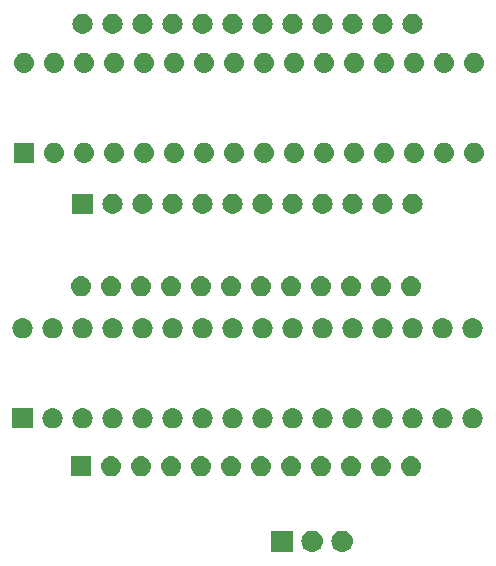
<source format=gbr>
G04 #@! TF.GenerationSoftware,KiCad,Pcbnew,(5.1.2-1)-1*
G04 #@! TF.CreationDate,2019-09-02T14:14:07+01:00*
G04 #@! TF.ProjectId,MZ80-ROMPG,4d5a3830-2d52-44f4-9d50-472e6b696361,rev?*
G04 #@! TF.SameCoordinates,Original*
G04 #@! TF.FileFunction,Soldermask,Bot*
G04 #@! TF.FilePolarity,Negative*
%FSLAX46Y46*%
G04 Gerber Fmt 4.6, Leading zero omitted, Abs format (unit mm)*
G04 Created by KiCad (PCBNEW (5.1.2-1)-1) date 2019-09-02 14:14:07*
%MOMM*%
%LPD*%
G04 APERTURE LIST*
%ADD10C,0.100000*%
G04 APERTURE END LIST*
D10*
G36*
X156447442Y-118485518D02*
G01*
X156513627Y-118492037D01*
X156683466Y-118543557D01*
X156839991Y-118627222D01*
X156875729Y-118656552D01*
X156977186Y-118739814D01*
X157060448Y-118841271D01*
X157089778Y-118877009D01*
X157173443Y-119033534D01*
X157224963Y-119203373D01*
X157242359Y-119380000D01*
X157224963Y-119556627D01*
X157173443Y-119726466D01*
X157089778Y-119882991D01*
X157060448Y-119918729D01*
X156977186Y-120020186D01*
X156875729Y-120103448D01*
X156839991Y-120132778D01*
X156683466Y-120216443D01*
X156513627Y-120267963D01*
X156447442Y-120274482D01*
X156381260Y-120281000D01*
X156292740Y-120281000D01*
X156226558Y-120274482D01*
X156160373Y-120267963D01*
X155990534Y-120216443D01*
X155834009Y-120132778D01*
X155798271Y-120103448D01*
X155696814Y-120020186D01*
X155613552Y-119918729D01*
X155584222Y-119882991D01*
X155500557Y-119726466D01*
X155449037Y-119556627D01*
X155431641Y-119380000D01*
X155449037Y-119203373D01*
X155500557Y-119033534D01*
X155584222Y-118877009D01*
X155613552Y-118841271D01*
X155696814Y-118739814D01*
X155798271Y-118656552D01*
X155834009Y-118627222D01*
X155990534Y-118543557D01*
X156160373Y-118492037D01*
X156226558Y-118485518D01*
X156292740Y-118479000D01*
X156381260Y-118479000D01*
X156447442Y-118485518D01*
X156447442Y-118485518D01*
G37*
G36*
X153907442Y-118485518D02*
G01*
X153973627Y-118492037D01*
X154143466Y-118543557D01*
X154299991Y-118627222D01*
X154335729Y-118656552D01*
X154437186Y-118739814D01*
X154520448Y-118841271D01*
X154549778Y-118877009D01*
X154633443Y-119033534D01*
X154684963Y-119203373D01*
X154702359Y-119380000D01*
X154684963Y-119556627D01*
X154633443Y-119726466D01*
X154549778Y-119882991D01*
X154520448Y-119918729D01*
X154437186Y-120020186D01*
X154335729Y-120103448D01*
X154299991Y-120132778D01*
X154143466Y-120216443D01*
X153973627Y-120267963D01*
X153907442Y-120274482D01*
X153841260Y-120281000D01*
X153752740Y-120281000D01*
X153686558Y-120274482D01*
X153620373Y-120267963D01*
X153450534Y-120216443D01*
X153294009Y-120132778D01*
X153258271Y-120103448D01*
X153156814Y-120020186D01*
X153073552Y-119918729D01*
X153044222Y-119882991D01*
X152960557Y-119726466D01*
X152909037Y-119556627D01*
X152891641Y-119380000D01*
X152909037Y-119203373D01*
X152960557Y-119033534D01*
X153044222Y-118877009D01*
X153073552Y-118841271D01*
X153156814Y-118739814D01*
X153258271Y-118656552D01*
X153294009Y-118627222D01*
X153450534Y-118543557D01*
X153620373Y-118492037D01*
X153686558Y-118485518D01*
X153752740Y-118479000D01*
X153841260Y-118479000D01*
X153907442Y-118485518D01*
X153907442Y-118485518D01*
G37*
G36*
X152158000Y-120281000D02*
G01*
X150356000Y-120281000D01*
X150356000Y-118479000D01*
X152158000Y-118479000D01*
X152158000Y-120281000D01*
X152158000Y-120281000D01*
G37*
G36*
X154725823Y-112191313D02*
G01*
X154886242Y-112239976D01*
X155018906Y-112310886D01*
X155034078Y-112318996D01*
X155163659Y-112425341D01*
X155270004Y-112554922D01*
X155270005Y-112554924D01*
X155349024Y-112702758D01*
X155397687Y-112863177D01*
X155414117Y-113030000D01*
X155397687Y-113196823D01*
X155349024Y-113357242D01*
X155278114Y-113489906D01*
X155270004Y-113505078D01*
X155163659Y-113634659D01*
X155034078Y-113741004D01*
X155034076Y-113741005D01*
X154886242Y-113820024D01*
X154725823Y-113868687D01*
X154600804Y-113881000D01*
X154517196Y-113881000D01*
X154392177Y-113868687D01*
X154231758Y-113820024D01*
X154083924Y-113741005D01*
X154083922Y-113741004D01*
X153954341Y-113634659D01*
X153847996Y-113505078D01*
X153839886Y-113489906D01*
X153768976Y-113357242D01*
X153720313Y-113196823D01*
X153703883Y-113030000D01*
X153720313Y-112863177D01*
X153768976Y-112702758D01*
X153847995Y-112554924D01*
X153847996Y-112554922D01*
X153954341Y-112425341D01*
X154083922Y-112318996D01*
X154099094Y-112310886D01*
X154231758Y-112239976D01*
X154392177Y-112191313D01*
X154517196Y-112179000D01*
X154600804Y-112179000D01*
X154725823Y-112191313D01*
X154725823Y-112191313D01*
G37*
G36*
X152185823Y-112191313D02*
G01*
X152346242Y-112239976D01*
X152478906Y-112310886D01*
X152494078Y-112318996D01*
X152623659Y-112425341D01*
X152730004Y-112554922D01*
X152730005Y-112554924D01*
X152809024Y-112702758D01*
X152857687Y-112863177D01*
X152874117Y-113030000D01*
X152857687Y-113196823D01*
X152809024Y-113357242D01*
X152738114Y-113489906D01*
X152730004Y-113505078D01*
X152623659Y-113634659D01*
X152494078Y-113741004D01*
X152494076Y-113741005D01*
X152346242Y-113820024D01*
X152185823Y-113868687D01*
X152060804Y-113881000D01*
X151977196Y-113881000D01*
X151852177Y-113868687D01*
X151691758Y-113820024D01*
X151543924Y-113741005D01*
X151543922Y-113741004D01*
X151414341Y-113634659D01*
X151307996Y-113505078D01*
X151299886Y-113489906D01*
X151228976Y-113357242D01*
X151180313Y-113196823D01*
X151163883Y-113030000D01*
X151180313Y-112863177D01*
X151228976Y-112702758D01*
X151307995Y-112554924D01*
X151307996Y-112554922D01*
X151414341Y-112425341D01*
X151543922Y-112318996D01*
X151559094Y-112310886D01*
X151691758Y-112239976D01*
X151852177Y-112191313D01*
X151977196Y-112179000D01*
X152060804Y-112179000D01*
X152185823Y-112191313D01*
X152185823Y-112191313D01*
G37*
G36*
X149645823Y-112191313D02*
G01*
X149806242Y-112239976D01*
X149938906Y-112310886D01*
X149954078Y-112318996D01*
X150083659Y-112425341D01*
X150190004Y-112554922D01*
X150190005Y-112554924D01*
X150269024Y-112702758D01*
X150317687Y-112863177D01*
X150334117Y-113030000D01*
X150317687Y-113196823D01*
X150269024Y-113357242D01*
X150198114Y-113489906D01*
X150190004Y-113505078D01*
X150083659Y-113634659D01*
X149954078Y-113741004D01*
X149954076Y-113741005D01*
X149806242Y-113820024D01*
X149645823Y-113868687D01*
X149520804Y-113881000D01*
X149437196Y-113881000D01*
X149312177Y-113868687D01*
X149151758Y-113820024D01*
X149003924Y-113741005D01*
X149003922Y-113741004D01*
X148874341Y-113634659D01*
X148767996Y-113505078D01*
X148759886Y-113489906D01*
X148688976Y-113357242D01*
X148640313Y-113196823D01*
X148623883Y-113030000D01*
X148640313Y-112863177D01*
X148688976Y-112702758D01*
X148767995Y-112554924D01*
X148767996Y-112554922D01*
X148874341Y-112425341D01*
X149003922Y-112318996D01*
X149019094Y-112310886D01*
X149151758Y-112239976D01*
X149312177Y-112191313D01*
X149437196Y-112179000D01*
X149520804Y-112179000D01*
X149645823Y-112191313D01*
X149645823Y-112191313D01*
G37*
G36*
X147105823Y-112191313D02*
G01*
X147266242Y-112239976D01*
X147398906Y-112310886D01*
X147414078Y-112318996D01*
X147543659Y-112425341D01*
X147650004Y-112554922D01*
X147650005Y-112554924D01*
X147729024Y-112702758D01*
X147777687Y-112863177D01*
X147794117Y-113030000D01*
X147777687Y-113196823D01*
X147729024Y-113357242D01*
X147658114Y-113489906D01*
X147650004Y-113505078D01*
X147543659Y-113634659D01*
X147414078Y-113741004D01*
X147414076Y-113741005D01*
X147266242Y-113820024D01*
X147105823Y-113868687D01*
X146980804Y-113881000D01*
X146897196Y-113881000D01*
X146772177Y-113868687D01*
X146611758Y-113820024D01*
X146463924Y-113741005D01*
X146463922Y-113741004D01*
X146334341Y-113634659D01*
X146227996Y-113505078D01*
X146219886Y-113489906D01*
X146148976Y-113357242D01*
X146100313Y-113196823D01*
X146083883Y-113030000D01*
X146100313Y-112863177D01*
X146148976Y-112702758D01*
X146227995Y-112554924D01*
X146227996Y-112554922D01*
X146334341Y-112425341D01*
X146463922Y-112318996D01*
X146479094Y-112310886D01*
X146611758Y-112239976D01*
X146772177Y-112191313D01*
X146897196Y-112179000D01*
X146980804Y-112179000D01*
X147105823Y-112191313D01*
X147105823Y-112191313D01*
G37*
G36*
X144565823Y-112191313D02*
G01*
X144726242Y-112239976D01*
X144858906Y-112310886D01*
X144874078Y-112318996D01*
X145003659Y-112425341D01*
X145110004Y-112554922D01*
X145110005Y-112554924D01*
X145189024Y-112702758D01*
X145237687Y-112863177D01*
X145254117Y-113030000D01*
X145237687Y-113196823D01*
X145189024Y-113357242D01*
X145118114Y-113489906D01*
X145110004Y-113505078D01*
X145003659Y-113634659D01*
X144874078Y-113741004D01*
X144874076Y-113741005D01*
X144726242Y-113820024D01*
X144565823Y-113868687D01*
X144440804Y-113881000D01*
X144357196Y-113881000D01*
X144232177Y-113868687D01*
X144071758Y-113820024D01*
X143923924Y-113741005D01*
X143923922Y-113741004D01*
X143794341Y-113634659D01*
X143687996Y-113505078D01*
X143679886Y-113489906D01*
X143608976Y-113357242D01*
X143560313Y-113196823D01*
X143543883Y-113030000D01*
X143560313Y-112863177D01*
X143608976Y-112702758D01*
X143687995Y-112554924D01*
X143687996Y-112554922D01*
X143794341Y-112425341D01*
X143923922Y-112318996D01*
X143939094Y-112310886D01*
X144071758Y-112239976D01*
X144232177Y-112191313D01*
X144357196Y-112179000D01*
X144440804Y-112179000D01*
X144565823Y-112191313D01*
X144565823Y-112191313D01*
G37*
G36*
X142025823Y-112191313D02*
G01*
X142186242Y-112239976D01*
X142318906Y-112310886D01*
X142334078Y-112318996D01*
X142463659Y-112425341D01*
X142570004Y-112554922D01*
X142570005Y-112554924D01*
X142649024Y-112702758D01*
X142697687Y-112863177D01*
X142714117Y-113030000D01*
X142697687Y-113196823D01*
X142649024Y-113357242D01*
X142578114Y-113489906D01*
X142570004Y-113505078D01*
X142463659Y-113634659D01*
X142334078Y-113741004D01*
X142334076Y-113741005D01*
X142186242Y-113820024D01*
X142025823Y-113868687D01*
X141900804Y-113881000D01*
X141817196Y-113881000D01*
X141692177Y-113868687D01*
X141531758Y-113820024D01*
X141383924Y-113741005D01*
X141383922Y-113741004D01*
X141254341Y-113634659D01*
X141147996Y-113505078D01*
X141139886Y-113489906D01*
X141068976Y-113357242D01*
X141020313Y-113196823D01*
X141003883Y-113030000D01*
X141020313Y-112863177D01*
X141068976Y-112702758D01*
X141147995Y-112554924D01*
X141147996Y-112554922D01*
X141254341Y-112425341D01*
X141383922Y-112318996D01*
X141399094Y-112310886D01*
X141531758Y-112239976D01*
X141692177Y-112191313D01*
X141817196Y-112179000D01*
X141900804Y-112179000D01*
X142025823Y-112191313D01*
X142025823Y-112191313D01*
G37*
G36*
X139485823Y-112191313D02*
G01*
X139646242Y-112239976D01*
X139778906Y-112310886D01*
X139794078Y-112318996D01*
X139923659Y-112425341D01*
X140030004Y-112554922D01*
X140030005Y-112554924D01*
X140109024Y-112702758D01*
X140157687Y-112863177D01*
X140174117Y-113030000D01*
X140157687Y-113196823D01*
X140109024Y-113357242D01*
X140038114Y-113489906D01*
X140030004Y-113505078D01*
X139923659Y-113634659D01*
X139794078Y-113741004D01*
X139794076Y-113741005D01*
X139646242Y-113820024D01*
X139485823Y-113868687D01*
X139360804Y-113881000D01*
X139277196Y-113881000D01*
X139152177Y-113868687D01*
X138991758Y-113820024D01*
X138843924Y-113741005D01*
X138843922Y-113741004D01*
X138714341Y-113634659D01*
X138607996Y-113505078D01*
X138599886Y-113489906D01*
X138528976Y-113357242D01*
X138480313Y-113196823D01*
X138463883Y-113030000D01*
X138480313Y-112863177D01*
X138528976Y-112702758D01*
X138607995Y-112554924D01*
X138607996Y-112554922D01*
X138714341Y-112425341D01*
X138843922Y-112318996D01*
X138859094Y-112310886D01*
X138991758Y-112239976D01*
X139152177Y-112191313D01*
X139277196Y-112179000D01*
X139360804Y-112179000D01*
X139485823Y-112191313D01*
X139485823Y-112191313D01*
G37*
G36*
X136945823Y-112191313D02*
G01*
X137106242Y-112239976D01*
X137238906Y-112310886D01*
X137254078Y-112318996D01*
X137383659Y-112425341D01*
X137490004Y-112554922D01*
X137490005Y-112554924D01*
X137569024Y-112702758D01*
X137617687Y-112863177D01*
X137634117Y-113030000D01*
X137617687Y-113196823D01*
X137569024Y-113357242D01*
X137498114Y-113489906D01*
X137490004Y-113505078D01*
X137383659Y-113634659D01*
X137254078Y-113741004D01*
X137254076Y-113741005D01*
X137106242Y-113820024D01*
X136945823Y-113868687D01*
X136820804Y-113881000D01*
X136737196Y-113881000D01*
X136612177Y-113868687D01*
X136451758Y-113820024D01*
X136303924Y-113741005D01*
X136303922Y-113741004D01*
X136174341Y-113634659D01*
X136067996Y-113505078D01*
X136059886Y-113489906D01*
X135988976Y-113357242D01*
X135940313Y-113196823D01*
X135923883Y-113030000D01*
X135940313Y-112863177D01*
X135988976Y-112702758D01*
X136067995Y-112554924D01*
X136067996Y-112554922D01*
X136174341Y-112425341D01*
X136303922Y-112318996D01*
X136319094Y-112310886D01*
X136451758Y-112239976D01*
X136612177Y-112191313D01*
X136737196Y-112179000D01*
X136820804Y-112179000D01*
X136945823Y-112191313D01*
X136945823Y-112191313D01*
G37*
G36*
X135090000Y-113881000D02*
G01*
X133388000Y-113881000D01*
X133388000Y-112179000D01*
X135090000Y-112179000D01*
X135090000Y-113881000D01*
X135090000Y-113881000D01*
G37*
G36*
X159805823Y-112191313D02*
G01*
X159966242Y-112239976D01*
X160098906Y-112310886D01*
X160114078Y-112318996D01*
X160243659Y-112425341D01*
X160350004Y-112554922D01*
X160350005Y-112554924D01*
X160429024Y-112702758D01*
X160477687Y-112863177D01*
X160494117Y-113030000D01*
X160477687Y-113196823D01*
X160429024Y-113357242D01*
X160358114Y-113489906D01*
X160350004Y-113505078D01*
X160243659Y-113634659D01*
X160114078Y-113741004D01*
X160114076Y-113741005D01*
X159966242Y-113820024D01*
X159805823Y-113868687D01*
X159680804Y-113881000D01*
X159597196Y-113881000D01*
X159472177Y-113868687D01*
X159311758Y-113820024D01*
X159163924Y-113741005D01*
X159163922Y-113741004D01*
X159034341Y-113634659D01*
X158927996Y-113505078D01*
X158919886Y-113489906D01*
X158848976Y-113357242D01*
X158800313Y-113196823D01*
X158783883Y-113030000D01*
X158800313Y-112863177D01*
X158848976Y-112702758D01*
X158927995Y-112554924D01*
X158927996Y-112554922D01*
X159034341Y-112425341D01*
X159163922Y-112318996D01*
X159179094Y-112310886D01*
X159311758Y-112239976D01*
X159472177Y-112191313D01*
X159597196Y-112179000D01*
X159680804Y-112179000D01*
X159805823Y-112191313D01*
X159805823Y-112191313D01*
G37*
G36*
X162345823Y-112191313D02*
G01*
X162506242Y-112239976D01*
X162638906Y-112310886D01*
X162654078Y-112318996D01*
X162783659Y-112425341D01*
X162890004Y-112554922D01*
X162890005Y-112554924D01*
X162969024Y-112702758D01*
X163017687Y-112863177D01*
X163034117Y-113030000D01*
X163017687Y-113196823D01*
X162969024Y-113357242D01*
X162898114Y-113489906D01*
X162890004Y-113505078D01*
X162783659Y-113634659D01*
X162654078Y-113741004D01*
X162654076Y-113741005D01*
X162506242Y-113820024D01*
X162345823Y-113868687D01*
X162220804Y-113881000D01*
X162137196Y-113881000D01*
X162012177Y-113868687D01*
X161851758Y-113820024D01*
X161703924Y-113741005D01*
X161703922Y-113741004D01*
X161574341Y-113634659D01*
X161467996Y-113505078D01*
X161459886Y-113489906D01*
X161388976Y-113357242D01*
X161340313Y-113196823D01*
X161323883Y-113030000D01*
X161340313Y-112863177D01*
X161388976Y-112702758D01*
X161467995Y-112554924D01*
X161467996Y-112554922D01*
X161574341Y-112425341D01*
X161703922Y-112318996D01*
X161719094Y-112310886D01*
X161851758Y-112239976D01*
X162012177Y-112191313D01*
X162137196Y-112179000D01*
X162220804Y-112179000D01*
X162345823Y-112191313D01*
X162345823Y-112191313D01*
G37*
G36*
X157265823Y-112191313D02*
G01*
X157426242Y-112239976D01*
X157558906Y-112310886D01*
X157574078Y-112318996D01*
X157703659Y-112425341D01*
X157810004Y-112554922D01*
X157810005Y-112554924D01*
X157889024Y-112702758D01*
X157937687Y-112863177D01*
X157954117Y-113030000D01*
X157937687Y-113196823D01*
X157889024Y-113357242D01*
X157818114Y-113489906D01*
X157810004Y-113505078D01*
X157703659Y-113634659D01*
X157574078Y-113741004D01*
X157574076Y-113741005D01*
X157426242Y-113820024D01*
X157265823Y-113868687D01*
X157140804Y-113881000D01*
X157057196Y-113881000D01*
X156932177Y-113868687D01*
X156771758Y-113820024D01*
X156623924Y-113741005D01*
X156623922Y-113741004D01*
X156494341Y-113634659D01*
X156387996Y-113505078D01*
X156379886Y-113489906D01*
X156308976Y-113357242D01*
X156260313Y-113196823D01*
X156243883Y-113030000D01*
X156260313Y-112863177D01*
X156308976Y-112702758D01*
X156387995Y-112554924D01*
X156387996Y-112554922D01*
X156494341Y-112425341D01*
X156623922Y-112318996D01*
X156639094Y-112310886D01*
X156771758Y-112239976D01*
X156932177Y-112191313D01*
X157057196Y-112179000D01*
X157140804Y-112179000D01*
X157265823Y-112191313D01*
X157265823Y-112191313D01*
G37*
G36*
X130137000Y-109817000D02*
G01*
X128435000Y-109817000D01*
X128435000Y-108115000D01*
X130137000Y-108115000D01*
X130137000Y-109817000D01*
X130137000Y-109817000D01*
G37*
G36*
X131992823Y-108127313D02*
G01*
X132153242Y-108175976D01*
X132285906Y-108246886D01*
X132301078Y-108254996D01*
X132430659Y-108361341D01*
X132537004Y-108490922D01*
X132537005Y-108490924D01*
X132616024Y-108638758D01*
X132664687Y-108799177D01*
X132681117Y-108966000D01*
X132664687Y-109132823D01*
X132616024Y-109293242D01*
X132545114Y-109425906D01*
X132537004Y-109441078D01*
X132430659Y-109570659D01*
X132301078Y-109677004D01*
X132301076Y-109677005D01*
X132153242Y-109756024D01*
X131992823Y-109804687D01*
X131867804Y-109817000D01*
X131784196Y-109817000D01*
X131659177Y-109804687D01*
X131498758Y-109756024D01*
X131350924Y-109677005D01*
X131350922Y-109677004D01*
X131221341Y-109570659D01*
X131114996Y-109441078D01*
X131106886Y-109425906D01*
X131035976Y-109293242D01*
X130987313Y-109132823D01*
X130970883Y-108966000D01*
X130987313Y-108799177D01*
X131035976Y-108638758D01*
X131114995Y-108490924D01*
X131114996Y-108490922D01*
X131221341Y-108361341D01*
X131350922Y-108254996D01*
X131366094Y-108246886D01*
X131498758Y-108175976D01*
X131659177Y-108127313D01*
X131784196Y-108115000D01*
X131867804Y-108115000D01*
X131992823Y-108127313D01*
X131992823Y-108127313D01*
G37*
G36*
X134532823Y-108127313D02*
G01*
X134693242Y-108175976D01*
X134825906Y-108246886D01*
X134841078Y-108254996D01*
X134970659Y-108361341D01*
X135077004Y-108490922D01*
X135077005Y-108490924D01*
X135156024Y-108638758D01*
X135204687Y-108799177D01*
X135221117Y-108966000D01*
X135204687Y-109132823D01*
X135156024Y-109293242D01*
X135085114Y-109425906D01*
X135077004Y-109441078D01*
X134970659Y-109570659D01*
X134841078Y-109677004D01*
X134841076Y-109677005D01*
X134693242Y-109756024D01*
X134532823Y-109804687D01*
X134407804Y-109817000D01*
X134324196Y-109817000D01*
X134199177Y-109804687D01*
X134038758Y-109756024D01*
X133890924Y-109677005D01*
X133890922Y-109677004D01*
X133761341Y-109570659D01*
X133654996Y-109441078D01*
X133646886Y-109425906D01*
X133575976Y-109293242D01*
X133527313Y-109132823D01*
X133510883Y-108966000D01*
X133527313Y-108799177D01*
X133575976Y-108638758D01*
X133654995Y-108490924D01*
X133654996Y-108490922D01*
X133761341Y-108361341D01*
X133890922Y-108254996D01*
X133906094Y-108246886D01*
X134038758Y-108175976D01*
X134199177Y-108127313D01*
X134324196Y-108115000D01*
X134407804Y-108115000D01*
X134532823Y-108127313D01*
X134532823Y-108127313D01*
G37*
G36*
X137072823Y-108127313D02*
G01*
X137233242Y-108175976D01*
X137365906Y-108246886D01*
X137381078Y-108254996D01*
X137510659Y-108361341D01*
X137617004Y-108490922D01*
X137617005Y-108490924D01*
X137696024Y-108638758D01*
X137744687Y-108799177D01*
X137761117Y-108966000D01*
X137744687Y-109132823D01*
X137696024Y-109293242D01*
X137625114Y-109425906D01*
X137617004Y-109441078D01*
X137510659Y-109570659D01*
X137381078Y-109677004D01*
X137381076Y-109677005D01*
X137233242Y-109756024D01*
X137072823Y-109804687D01*
X136947804Y-109817000D01*
X136864196Y-109817000D01*
X136739177Y-109804687D01*
X136578758Y-109756024D01*
X136430924Y-109677005D01*
X136430922Y-109677004D01*
X136301341Y-109570659D01*
X136194996Y-109441078D01*
X136186886Y-109425906D01*
X136115976Y-109293242D01*
X136067313Y-109132823D01*
X136050883Y-108966000D01*
X136067313Y-108799177D01*
X136115976Y-108638758D01*
X136194995Y-108490924D01*
X136194996Y-108490922D01*
X136301341Y-108361341D01*
X136430922Y-108254996D01*
X136446094Y-108246886D01*
X136578758Y-108175976D01*
X136739177Y-108127313D01*
X136864196Y-108115000D01*
X136947804Y-108115000D01*
X137072823Y-108127313D01*
X137072823Y-108127313D01*
G37*
G36*
X139612823Y-108127313D02*
G01*
X139773242Y-108175976D01*
X139905906Y-108246886D01*
X139921078Y-108254996D01*
X140050659Y-108361341D01*
X140157004Y-108490922D01*
X140157005Y-108490924D01*
X140236024Y-108638758D01*
X140284687Y-108799177D01*
X140301117Y-108966000D01*
X140284687Y-109132823D01*
X140236024Y-109293242D01*
X140165114Y-109425906D01*
X140157004Y-109441078D01*
X140050659Y-109570659D01*
X139921078Y-109677004D01*
X139921076Y-109677005D01*
X139773242Y-109756024D01*
X139612823Y-109804687D01*
X139487804Y-109817000D01*
X139404196Y-109817000D01*
X139279177Y-109804687D01*
X139118758Y-109756024D01*
X138970924Y-109677005D01*
X138970922Y-109677004D01*
X138841341Y-109570659D01*
X138734996Y-109441078D01*
X138726886Y-109425906D01*
X138655976Y-109293242D01*
X138607313Y-109132823D01*
X138590883Y-108966000D01*
X138607313Y-108799177D01*
X138655976Y-108638758D01*
X138734995Y-108490924D01*
X138734996Y-108490922D01*
X138841341Y-108361341D01*
X138970922Y-108254996D01*
X138986094Y-108246886D01*
X139118758Y-108175976D01*
X139279177Y-108127313D01*
X139404196Y-108115000D01*
X139487804Y-108115000D01*
X139612823Y-108127313D01*
X139612823Y-108127313D01*
G37*
G36*
X142152823Y-108127313D02*
G01*
X142313242Y-108175976D01*
X142445906Y-108246886D01*
X142461078Y-108254996D01*
X142590659Y-108361341D01*
X142697004Y-108490922D01*
X142697005Y-108490924D01*
X142776024Y-108638758D01*
X142824687Y-108799177D01*
X142841117Y-108966000D01*
X142824687Y-109132823D01*
X142776024Y-109293242D01*
X142705114Y-109425906D01*
X142697004Y-109441078D01*
X142590659Y-109570659D01*
X142461078Y-109677004D01*
X142461076Y-109677005D01*
X142313242Y-109756024D01*
X142152823Y-109804687D01*
X142027804Y-109817000D01*
X141944196Y-109817000D01*
X141819177Y-109804687D01*
X141658758Y-109756024D01*
X141510924Y-109677005D01*
X141510922Y-109677004D01*
X141381341Y-109570659D01*
X141274996Y-109441078D01*
X141266886Y-109425906D01*
X141195976Y-109293242D01*
X141147313Y-109132823D01*
X141130883Y-108966000D01*
X141147313Y-108799177D01*
X141195976Y-108638758D01*
X141274995Y-108490924D01*
X141274996Y-108490922D01*
X141381341Y-108361341D01*
X141510922Y-108254996D01*
X141526094Y-108246886D01*
X141658758Y-108175976D01*
X141819177Y-108127313D01*
X141944196Y-108115000D01*
X142027804Y-108115000D01*
X142152823Y-108127313D01*
X142152823Y-108127313D01*
G37*
G36*
X144692823Y-108127313D02*
G01*
X144853242Y-108175976D01*
X144985906Y-108246886D01*
X145001078Y-108254996D01*
X145130659Y-108361341D01*
X145237004Y-108490922D01*
X145237005Y-108490924D01*
X145316024Y-108638758D01*
X145364687Y-108799177D01*
X145381117Y-108966000D01*
X145364687Y-109132823D01*
X145316024Y-109293242D01*
X145245114Y-109425906D01*
X145237004Y-109441078D01*
X145130659Y-109570659D01*
X145001078Y-109677004D01*
X145001076Y-109677005D01*
X144853242Y-109756024D01*
X144692823Y-109804687D01*
X144567804Y-109817000D01*
X144484196Y-109817000D01*
X144359177Y-109804687D01*
X144198758Y-109756024D01*
X144050924Y-109677005D01*
X144050922Y-109677004D01*
X143921341Y-109570659D01*
X143814996Y-109441078D01*
X143806886Y-109425906D01*
X143735976Y-109293242D01*
X143687313Y-109132823D01*
X143670883Y-108966000D01*
X143687313Y-108799177D01*
X143735976Y-108638758D01*
X143814995Y-108490924D01*
X143814996Y-108490922D01*
X143921341Y-108361341D01*
X144050922Y-108254996D01*
X144066094Y-108246886D01*
X144198758Y-108175976D01*
X144359177Y-108127313D01*
X144484196Y-108115000D01*
X144567804Y-108115000D01*
X144692823Y-108127313D01*
X144692823Y-108127313D01*
G37*
G36*
X147232823Y-108127313D02*
G01*
X147393242Y-108175976D01*
X147525906Y-108246886D01*
X147541078Y-108254996D01*
X147670659Y-108361341D01*
X147777004Y-108490922D01*
X147777005Y-108490924D01*
X147856024Y-108638758D01*
X147904687Y-108799177D01*
X147921117Y-108966000D01*
X147904687Y-109132823D01*
X147856024Y-109293242D01*
X147785114Y-109425906D01*
X147777004Y-109441078D01*
X147670659Y-109570659D01*
X147541078Y-109677004D01*
X147541076Y-109677005D01*
X147393242Y-109756024D01*
X147232823Y-109804687D01*
X147107804Y-109817000D01*
X147024196Y-109817000D01*
X146899177Y-109804687D01*
X146738758Y-109756024D01*
X146590924Y-109677005D01*
X146590922Y-109677004D01*
X146461341Y-109570659D01*
X146354996Y-109441078D01*
X146346886Y-109425906D01*
X146275976Y-109293242D01*
X146227313Y-109132823D01*
X146210883Y-108966000D01*
X146227313Y-108799177D01*
X146275976Y-108638758D01*
X146354995Y-108490924D01*
X146354996Y-108490922D01*
X146461341Y-108361341D01*
X146590922Y-108254996D01*
X146606094Y-108246886D01*
X146738758Y-108175976D01*
X146899177Y-108127313D01*
X147024196Y-108115000D01*
X147107804Y-108115000D01*
X147232823Y-108127313D01*
X147232823Y-108127313D01*
G37*
G36*
X149772823Y-108127313D02*
G01*
X149933242Y-108175976D01*
X150065906Y-108246886D01*
X150081078Y-108254996D01*
X150210659Y-108361341D01*
X150317004Y-108490922D01*
X150317005Y-108490924D01*
X150396024Y-108638758D01*
X150444687Y-108799177D01*
X150461117Y-108966000D01*
X150444687Y-109132823D01*
X150396024Y-109293242D01*
X150325114Y-109425906D01*
X150317004Y-109441078D01*
X150210659Y-109570659D01*
X150081078Y-109677004D01*
X150081076Y-109677005D01*
X149933242Y-109756024D01*
X149772823Y-109804687D01*
X149647804Y-109817000D01*
X149564196Y-109817000D01*
X149439177Y-109804687D01*
X149278758Y-109756024D01*
X149130924Y-109677005D01*
X149130922Y-109677004D01*
X149001341Y-109570659D01*
X148894996Y-109441078D01*
X148886886Y-109425906D01*
X148815976Y-109293242D01*
X148767313Y-109132823D01*
X148750883Y-108966000D01*
X148767313Y-108799177D01*
X148815976Y-108638758D01*
X148894995Y-108490924D01*
X148894996Y-108490922D01*
X149001341Y-108361341D01*
X149130922Y-108254996D01*
X149146094Y-108246886D01*
X149278758Y-108175976D01*
X149439177Y-108127313D01*
X149564196Y-108115000D01*
X149647804Y-108115000D01*
X149772823Y-108127313D01*
X149772823Y-108127313D01*
G37*
G36*
X152312823Y-108127313D02*
G01*
X152473242Y-108175976D01*
X152605906Y-108246886D01*
X152621078Y-108254996D01*
X152750659Y-108361341D01*
X152857004Y-108490922D01*
X152857005Y-108490924D01*
X152936024Y-108638758D01*
X152984687Y-108799177D01*
X153001117Y-108966000D01*
X152984687Y-109132823D01*
X152936024Y-109293242D01*
X152865114Y-109425906D01*
X152857004Y-109441078D01*
X152750659Y-109570659D01*
X152621078Y-109677004D01*
X152621076Y-109677005D01*
X152473242Y-109756024D01*
X152312823Y-109804687D01*
X152187804Y-109817000D01*
X152104196Y-109817000D01*
X151979177Y-109804687D01*
X151818758Y-109756024D01*
X151670924Y-109677005D01*
X151670922Y-109677004D01*
X151541341Y-109570659D01*
X151434996Y-109441078D01*
X151426886Y-109425906D01*
X151355976Y-109293242D01*
X151307313Y-109132823D01*
X151290883Y-108966000D01*
X151307313Y-108799177D01*
X151355976Y-108638758D01*
X151434995Y-108490924D01*
X151434996Y-108490922D01*
X151541341Y-108361341D01*
X151670922Y-108254996D01*
X151686094Y-108246886D01*
X151818758Y-108175976D01*
X151979177Y-108127313D01*
X152104196Y-108115000D01*
X152187804Y-108115000D01*
X152312823Y-108127313D01*
X152312823Y-108127313D01*
G37*
G36*
X154852823Y-108127313D02*
G01*
X155013242Y-108175976D01*
X155145906Y-108246886D01*
X155161078Y-108254996D01*
X155290659Y-108361341D01*
X155397004Y-108490922D01*
X155397005Y-108490924D01*
X155476024Y-108638758D01*
X155524687Y-108799177D01*
X155541117Y-108966000D01*
X155524687Y-109132823D01*
X155476024Y-109293242D01*
X155405114Y-109425906D01*
X155397004Y-109441078D01*
X155290659Y-109570659D01*
X155161078Y-109677004D01*
X155161076Y-109677005D01*
X155013242Y-109756024D01*
X154852823Y-109804687D01*
X154727804Y-109817000D01*
X154644196Y-109817000D01*
X154519177Y-109804687D01*
X154358758Y-109756024D01*
X154210924Y-109677005D01*
X154210922Y-109677004D01*
X154081341Y-109570659D01*
X153974996Y-109441078D01*
X153966886Y-109425906D01*
X153895976Y-109293242D01*
X153847313Y-109132823D01*
X153830883Y-108966000D01*
X153847313Y-108799177D01*
X153895976Y-108638758D01*
X153974995Y-108490924D01*
X153974996Y-108490922D01*
X154081341Y-108361341D01*
X154210922Y-108254996D01*
X154226094Y-108246886D01*
X154358758Y-108175976D01*
X154519177Y-108127313D01*
X154644196Y-108115000D01*
X154727804Y-108115000D01*
X154852823Y-108127313D01*
X154852823Y-108127313D01*
G37*
G36*
X157392823Y-108127313D02*
G01*
X157553242Y-108175976D01*
X157685906Y-108246886D01*
X157701078Y-108254996D01*
X157830659Y-108361341D01*
X157937004Y-108490922D01*
X157937005Y-108490924D01*
X158016024Y-108638758D01*
X158064687Y-108799177D01*
X158081117Y-108966000D01*
X158064687Y-109132823D01*
X158016024Y-109293242D01*
X157945114Y-109425906D01*
X157937004Y-109441078D01*
X157830659Y-109570659D01*
X157701078Y-109677004D01*
X157701076Y-109677005D01*
X157553242Y-109756024D01*
X157392823Y-109804687D01*
X157267804Y-109817000D01*
X157184196Y-109817000D01*
X157059177Y-109804687D01*
X156898758Y-109756024D01*
X156750924Y-109677005D01*
X156750922Y-109677004D01*
X156621341Y-109570659D01*
X156514996Y-109441078D01*
X156506886Y-109425906D01*
X156435976Y-109293242D01*
X156387313Y-109132823D01*
X156370883Y-108966000D01*
X156387313Y-108799177D01*
X156435976Y-108638758D01*
X156514995Y-108490924D01*
X156514996Y-108490922D01*
X156621341Y-108361341D01*
X156750922Y-108254996D01*
X156766094Y-108246886D01*
X156898758Y-108175976D01*
X157059177Y-108127313D01*
X157184196Y-108115000D01*
X157267804Y-108115000D01*
X157392823Y-108127313D01*
X157392823Y-108127313D01*
G37*
G36*
X159932823Y-108127313D02*
G01*
X160093242Y-108175976D01*
X160225906Y-108246886D01*
X160241078Y-108254996D01*
X160370659Y-108361341D01*
X160477004Y-108490922D01*
X160477005Y-108490924D01*
X160556024Y-108638758D01*
X160604687Y-108799177D01*
X160621117Y-108966000D01*
X160604687Y-109132823D01*
X160556024Y-109293242D01*
X160485114Y-109425906D01*
X160477004Y-109441078D01*
X160370659Y-109570659D01*
X160241078Y-109677004D01*
X160241076Y-109677005D01*
X160093242Y-109756024D01*
X159932823Y-109804687D01*
X159807804Y-109817000D01*
X159724196Y-109817000D01*
X159599177Y-109804687D01*
X159438758Y-109756024D01*
X159290924Y-109677005D01*
X159290922Y-109677004D01*
X159161341Y-109570659D01*
X159054996Y-109441078D01*
X159046886Y-109425906D01*
X158975976Y-109293242D01*
X158927313Y-109132823D01*
X158910883Y-108966000D01*
X158927313Y-108799177D01*
X158975976Y-108638758D01*
X159054995Y-108490924D01*
X159054996Y-108490922D01*
X159161341Y-108361341D01*
X159290922Y-108254996D01*
X159306094Y-108246886D01*
X159438758Y-108175976D01*
X159599177Y-108127313D01*
X159724196Y-108115000D01*
X159807804Y-108115000D01*
X159932823Y-108127313D01*
X159932823Y-108127313D01*
G37*
G36*
X162472823Y-108127313D02*
G01*
X162633242Y-108175976D01*
X162765906Y-108246886D01*
X162781078Y-108254996D01*
X162910659Y-108361341D01*
X163017004Y-108490922D01*
X163017005Y-108490924D01*
X163096024Y-108638758D01*
X163144687Y-108799177D01*
X163161117Y-108966000D01*
X163144687Y-109132823D01*
X163096024Y-109293242D01*
X163025114Y-109425906D01*
X163017004Y-109441078D01*
X162910659Y-109570659D01*
X162781078Y-109677004D01*
X162781076Y-109677005D01*
X162633242Y-109756024D01*
X162472823Y-109804687D01*
X162347804Y-109817000D01*
X162264196Y-109817000D01*
X162139177Y-109804687D01*
X161978758Y-109756024D01*
X161830924Y-109677005D01*
X161830922Y-109677004D01*
X161701341Y-109570659D01*
X161594996Y-109441078D01*
X161586886Y-109425906D01*
X161515976Y-109293242D01*
X161467313Y-109132823D01*
X161450883Y-108966000D01*
X161467313Y-108799177D01*
X161515976Y-108638758D01*
X161594995Y-108490924D01*
X161594996Y-108490922D01*
X161701341Y-108361341D01*
X161830922Y-108254996D01*
X161846094Y-108246886D01*
X161978758Y-108175976D01*
X162139177Y-108127313D01*
X162264196Y-108115000D01*
X162347804Y-108115000D01*
X162472823Y-108127313D01*
X162472823Y-108127313D01*
G37*
G36*
X167552823Y-108127313D02*
G01*
X167713242Y-108175976D01*
X167845906Y-108246886D01*
X167861078Y-108254996D01*
X167990659Y-108361341D01*
X168097004Y-108490922D01*
X168097005Y-108490924D01*
X168176024Y-108638758D01*
X168224687Y-108799177D01*
X168241117Y-108966000D01*
X168224687Y-109132823D01*
X168176024Y-109293242D01*
X168105114Y-109425906D01*
X168097004Y-109441078D01*
X167990659Y-109570659D01*
X167861078Y-109677004D01*
X167861076Y-109677005D01*
X167713242Y-109756024D01*
X167552823Y-109804687D01*
X167427804Y-109817000D01*
X167344196Y-109817000D01*
X167219177Y-109804687D01*
X167058758Y-109756024D01*
X166910924Y-109677005D01*
X166910922Y-109677004D01*
X166781341Y-109570659D01*
X166674996Y-109441078D01*
X166666886Y-109425906D01*
X166595976Y-109293242D01*
X166547313Y-109132823D01*
X166530883Y-108966000D01*
X166547313Y-108799177D01*
X166595976Y-108638758D01*
X166674995Y-108490924D01*
X166674996Y-108490922D01*
X166781341Y-108361341D01*
X166910922Y-108254996D01*
X166926094Y-108246886D01*
X167058758Y-108175976D01*
X167219177Y-108127313D01*
X167344196Y-108115000D01*
X167427804Y-108115000D01*
X167552823Y-108127313D01*
X167552823Y-108127313D01*
G37*
G36*
X165012823Y-108127313D02*
G01*
X165173242Y-108175976D01*
X165305906Y-108246886D01*
X165321078Y-108254996D01*
X165450659Y-108361341D01*
X165557004Y-108490922D01*
X165557005Y-108490924D01*
X165636024Y-108638758D01*
X165684687Y-108799177D01*
X165701117Y-108966000D01*
X165684687Y-109132823D01*
X165636024Y-109293242D01*
X165565114Y-109425906D01*
X165557004Y-109441078D01*
X165450659Y-109570659D01*
X165321078Y-109677004D01*
X165321076Y-109677005D01*
X165173242Y-109756024D01*
X165012823Y-109804687D01*
X164887804Y-109817000D01*
X164804196Y-109817000D01*
X164679177Y-109804687D01*
X164518758Y-109756024D01*
X164370924Y-109677005D01*
X164370922Y-109677004D01*
X164241341Y-109570659D01*
X164134996Y-109441078D01*
X164126886Y-109425906D01*
X164055976Y-109293242D01*
X164007313Y-109132823D01*
X163990883Y-108966000D01*
X164007313Y-108799177D01*
X164055976Y-108638758D01*
X164134995Y-108490924D01*
X164134996Y-108490922D01*
X164241341Y-108361341D01*
X164370922Y-108254996D01*
X164386094Y-108246886D01*
X164518758Y-108175976D01*
X164679177Y-108127313D01*
X164804196Y-108115000D01*
X164887804Y-108115000D01*
X165012823Y-108127313D01*
X165012823Y-108127313D01*
G37*
G36*
X167552823Y-100507313D02*
G01*
X167713242Y-100555976D01*
X167845906Y-100626886D01*
X167861078Y-100634996D01*
X167990659Y-100741341D01*
X168097004Y-100870922D01*
X168097005Y-100870924D01*
X168176024Y-101018758D01*
X168224687Y-101179177D01*
X168241117Y-101346000D01*
X168224687Y-101512823D01*
X168176024Y-101673242D01*
X168105114Y-101805906D01*
X168097004Y-101821078D01*
X167990659Y-101950659D01*
X167861078Y-102057004D01*
X167861076Y-102057005D01*
X167713242Y-102136024D01*
X167552823Y-102184687D01*
X167427804Y-102197000D01*
X167344196Y-102197000D01*
X167219177Y-102184687D01*
X167058758Y-102136024D01*
X166910924Y-102057005D01*
X166910922Y-102057004D01*
X166781341Y-101950659D01*
X166674996Y-101821078D01*
X166666886Y-101805906D01*
X166595976Y-101673242D01*
X166547313Y-101512823D01*
X166530883Y-101346000D01*
X166547313Y-101179177D01*
X166595976Y-101018758D01*
X166674995Y-100870924D01*
X166674996Y-100870922D01*
X166781341Y-100741341D01*
X166910922Y-100634996D01*
X166926094Y-100626886D01*
X167058758Y-100555976D01*
X167219177Y-100507313D01*
X167344196Y-100495000D01*
X167427804Y-100495000D01*
X167552823Y-100507313D01*
X167552823Y-100507313D01*
G37*
G36*
X131992823Y-100507313D02*
G01*
X132153242Y-100555976D01*
X132285906Y-100626886D01*
X132301078Y-100634996D01*
X132430659Y-100741341D01*
X132537004Y-100870922D01*
X132537005Y-100870924D01*
X132616024Y-101018758D01*
X132664687Y-101179177D01*
X132681117Y-101346000D01*
X132664687Y-101512823D01*
X132616024Y-101673242D01*
X132545114Y-101805906D01*
X132537004Y-101821078D01*
X132430659Y-101950659D01*
X132301078Y-102057004D01*
X132301076Y-102057005D01*
X132153242Y-102136024D01*
X131992823Y-102184687D01*
X131867804Y-102197000D01*
X131784196Y-102197000D01*
X131659177Y-102184687D01*
X131498758Y-102136024D01*
X131350924Y-102057005D01*
X131350922Y-102057004D01*
X131221341Y-101950659D01*
X131114996Y-101821078D01*
X131106886Y-101805906D01*
X131035976Y-101673242D01*
X130987313Y-101512823D01*
X130970883Y-101346000D01*
X130987313Y-101179177D01*
X131035976Y-101018758D01*
X131114995Y-100870924D01*
X131114996Y-100870922D01*
X131221341Y-100741341D01*
X131350922Y-100634996D01*
X131366094Y-100626886D01*
X131498758Y-100555976D01*
X131659177Y-100507313D01*
X131784196Y-100495000D01*
X131867804Y-100495000D01*
X131992823Y-100507313D01*
X131992823Y-100507313D01*
G37*
G36*
X165012823Y-100507313D02*
G01*
X165173242Y-100555976D01*
X165305906Y-100626886D01*
X165321078Y-100634996D01*
X165450659Y-100741341D01*
X165557004Y-100870922D01*
X165557005Y-100870924D01*
X165636024Y-101018758D01*
X165684687Y-101179177D01*
X165701117Y-101346000D01*
X165684687Y-101512823D01*
X165636024Y-101673242D01*
X165565114Y-101805906D01*
X165557004Y-101821078D01*
X165450659Y-101950659D01*
X165321078Y-102057004D01*
X165321076Y-102057005D01*
X165173242Y-102136024D01*
X165012823Y-102184687D01*
X164887804Y-102197000D01*
X164804196Y-102197000D01*
X164679177Y-102184687D01*
X164518758Y-102136024D01*
X164370924Y-102057005D01*
X164370922Y-102057004D01*
X164241341Y-101950659D01*
X164134996Y-101821078D01*
X164126886Y-101805906D01*
X164055976Y-101673242D01*
X164007313Y-101512823D01*
X163990883Y-101346000D01*
X164007313Y-101179177D01*
X164055976Y-101018758D01*
X164134995Y-100870924D01*
X164134996Y-100870922D01*
X164241341Y-100741341D01*
X164370922Y-100634996D01*
X164386094Y-100626886D01*
X164518758Y-100555976D01*
X164679177Y-100507313D01*
X164804196Y-100495000D01*
X164887804Y-100495000D01*
X165012823Y-100507313D01*
X165012823Y-100507313D01*
G37*
G36*
X162472823Y-100507313D02*
G01*
X162633242Y-100555976D01*
X162765906Y-100626886D01*
X162781078Y-100634996D01*
X162910659Y-100741341D01*
X163017004Y-100870922D01*
X163017005Y-100870924D01*
X163096024Y-101018758D01*
X163144687Y-101179177D01*
X163161117Y-101346000D01*
X163144687Y-101512823D01*
X163096024Y-101673242D01*
X163025114Y-101805906D01*
X163017004Y-101821078D01*
X162910659Y-101950659D01*
X162781078Y-102057004D01*
X162781076Y-102057005D01*
X162633242Y-102136024D01*
X162472823Y-102184687D01*
X162347804Y-102197000D01*
X162264196Y-102197000D01*
X162139177Y-102184687D01*
X161978758Y-102136024D01*
X161830924Y-102057005D01*
X161830922Y-102057004D01*
X161701341Y-101950659D01*
X161594996Y-101821078D01*
X161586886Y-101805906D01*
X161515976Y-101673242D01*
X161467313Y-101512823D01*
X161450883Y-101346000D01*
X161467313Y-101179177D01*
X161515976Y-101018758D01*
X161594995Y-100870924D01*
X161594996Y-100870922D01*
X161701341Y-100741341D01*
X161830922Y-100634996D01*
X161846094Y-100626886D01*
X161978758Y-100555976D01*
X162139177Y-100507313D01*
X162264196Y-100495000D01*
X162347804Y-100495000D01*
X162472823Y-100507313D01*
X162472823Y-100507313D01*
G37*
G36*
X159932823Y-100507313D02*
G01*
X160093242Y-100555976D01*
X160225906Y-100626886D01*
X160241078Y-100634996D01*
X160370659Y-100741341D01*
X160477004Y-100870922D01*
X160477005Y-100870924D01*
X160556024Y-101018758D01*
X160604687Y-101179177D01*
X160621117Y-101346000D01*
X160604687Y-101512823D01*
X160556024Y-101673242D01*
X160485114Y-101805906D01*
X160477004Y-101821078D01*
X160370659Y-101950659D01*
X160241078Y-102057004D01*
X160241076Y-102057005D01*
X160093242Y-102136024D01*
X159932823Y-102184687D01*
X159807804Y-102197000D01*
X159724196Y-102197000D01*
X159599177Y-102184687D01*
X159438758Y-102136024D01*
X159290924Y-102057005D01*
X159290922Y-102057004D01*
X159161341Y-101950659D01*
X159054996Y-101821078D01*
X159046886Y-101805906D01*
X158975976Y-101673242D01*
X158927313Y-101512823D01*
X158910883Y-101346000D01*
X158927313Y-101179177D01*
X158975976Y-101018758D01*
X159054995Y-100870924D01*
X159054996Y-100870922D01*
X159161341Y-100741341D01*
X159290922Y-100634996D01*
X159306094Y-100626886D01*
X159438758Y-100555976D01*
X159599177Y-100507313D01*
X159724196Y-100495000D01*
X159807804Y-100495000D01*
X159932823Y-100507313D01*
X159932823Y-100507313D01*
G37*
G36*
X157392823Y-100507313D02*
G01*
X157553242Y-100555976D01*
X157685906Y-100626886D01*
X157701078Y-100634996D01*
X157830659Y-100741341D01*
X157937004Y-100870922D01*
X157937005Y-100870924D01*
X158016024Y-101018758D01*
X158064687Y-101179177D01*
X158081117Y-101346000D01*
X158064687Y-101512823D01*
X158016024Y-101673242D01*
X157945114Y-101805906D01*
X157937004Y-101821078D01*
X157830659Y-101950659D01*
X157701078Y-102057004D01*
X157701076Y-102057005D01*
X157553242Y-102136024D01*
X157392823Y-102184687D01*
X157267804Y-102197000D01*
X157184196Y-102197000D01*
X157059177Y-102184687D01*
X156898758Y-102136024D01*
X156750924Y-102057005D01*
X156750922Y-102057004D01*
X156621341Y-101950659D01*
X156514996Y-101821078D01*
X156506886Y-101805906D01*
X156435976Y-101673242D01*
X156387313Y-101512823D01*
X156370883Y-101346000D01*
X156387313Y-101179177D01*
X156435976Y-101018758D01*
X156514995Y-100870924D01*
X156514996Y-100870922D01*
X156621341Y-100741341D01*
X156750922Y-100634996D01*
X156766094Y-100626886D01*
X156898758Y-100555976D01*
X157059177Y-100507313D01*
X157184196Y-100495000D01*
X157267804Y-100495000D01*
X157392823Y-100507313D01*
X157392823Y-100507313D01*
G37*
G36*
X154852823Y-100507313D02*
G01*
X155013242Y-100555976D01*
X155145906Y-100626886D01*
X155161078Y-100634996D01*
X155290659Y-100741341D01*
X155397004Y-100870922D01*
X155397005Y-100870924D01*
X155476024Y-101018758D01*
X155524687Y-101179177D01*
X155541117Y-101346000D01*
X155524687Y-101512823D01*
X155476024Y-101673242D01*
X155405114Y-101805906D01*
X155397004Y-101821078D01*
X155290659Y-101950659D01*
X155161078Y-102057004D01*
X155161076Y-102057005D01*
X155013242Y-102136024D01*
X154852823Y-102184687D01*
X154727804Y-102197000D01*
X154644196Y-102197000D01*
X154519177Y-102184687D01*
X154358758Y-102136024D01*
X154210924Y-102057005D01*
X154210922Y-102057004D01*
X154081341Y-101950659D01*
X153974996Y-101821078D01*
X153966886Y-101805906D01*
X153895976Y-101673242D01*
X153847313Y-101512823D01*
X153830883Y-101346000D01*
X153847313Y-101179177D01*
X153895976Y-101018758D01*
X153974995Y-100870924D01*
X153974996Y-100870922D01*
X154081341Y-100741341D01*
X154210922Y-100634996D01*
X154226094Y-100626886D01*
X154358758Y-100555976D01*
X154519177Y-100507313D01*
X154644196Y-100495000D01*
X154727804Y-100495000D01*
X154852823Y-100507313D01*
X154852823Y-100507313D01*
G37*
G36*
X152312823Y-100507313D02*
G01*
X152473242Y-100555976D01*
X152605906Y-100626886D01*
X152621078Y-100634996D01*
X152750659Y-100741341D01*
X152857004Y-100870922D01*
X152857005Y-100870924D01*
X152936024Y-101018758D01*
X152984687Y-101179177D01*
X153001117Y-101346000D01*
X152984687Y-101512823D01*
X152936024Y-101673242D01*
X152865114Y-101805906D01*
X152857004Y-101821078D01*
X152750659Y-101950659D01*
X152621078Y-102057004D01*
X152621076Y-102057005D01*
X152473242Y-102136024D01*
X152312823Y-102184687D01*
X152187804Y-102197000D01*
X152104196Y-102197000D01*
X151979177Y-102184687D01*
X151818758Y-102136024D01*
X151670924Y-102057005D01*
X151670922Y-102057004D01*
X151541341Y-101950659D01*
X151434996Y-101821078D01*
X151426886Y-101805906D01*
X151355976Y-101673242D01*
X151307313Y-101512823D01*
X151290883Y-101346000D01*
X151307313Y-101179177D01*
X151355976Y-101018758D01*
X151434995Y-100870924D01*
X151434996Y-100870922D01*
X151541341Y-100741341D01*
X151670922Y-100634996D01*
X151686094Y-100626886D01*
X151818758Y-100555976D01*
X151979177Y-100507313D01*
X152104196Y-100495000D01*
X152187804Y-100495000D01*
X152312823Y-100507313D01*
X152312823Y-100507313D01*
G37*
G36*
X149772823Y-100507313D02*
G01*
X149933242Y-100555976D01*
X150065906Y-100626886D01*
X150081078Y-100634996D01*
X150210659Y-100741341D01*
X150317004Y-100870922D01*
X150317005Y-100870924D01*
X150396024Y-101018758D01*
X150444687Y-101179177D01*
X150461117Y-101346000D01*
X150444687Y-101512823D01*
X150396024Y-101673242D01*
X150325114Y-101805906D01*
X150317004Y-101821078D01*
X150210659Y-101950659D01*
X150081078Y-102057004D01*
X150081076Y-102057005D01*
X149933242Y-102136024D01*
X149772823Y-102184687D01*
X149647804Y-102197000D01*
X149564196Y-102197000D01*
X149439177Y-102184687D01*
X149278758Y-102136024D01*
X149130924Y-102057005D01*
X149130922Y-102057004D01*
X149001341Y-101950659D01*
X148894996Y-101821078D01*
X148886886Y-101805906D01*
X148815976Y-101673242D01*
X148767313Y-101512823D01*
X148750883Y-101346000D01*
X148767313Y-101179177D01*
X148815976Y-101018758D01*
X148894995Y-100870924D01*
X148894996Y-100870922D01*
X149001341Y-100741341D01*
X149130922Y-100634996D01*
X149146094Y-100626886D01*
X149278758Y-100555976D01*
X149439177Y-100507313D01*
X149564196Y-100495000D01*
X149647804Y-100495000D01*
X149772823Y-100507313D01*
X149772823Y-100507313D01*
G37*
G36*
X147232823Y-100507313D02*
G01*
X147393242Y-100555976D01*
X147525906Y-100626886D01*
X147541078Y-100634996D01*
X147670659Y-100741341D01*
X147777004Y-100870922D01*
X147777005Y-100870924D01*
X147856024Y-101018758D01*
X147904687Y-101179177D01*
X147921117Y-101346000D01*
X147904687Y-101512823D01*
X147856024Y-101673242D01*
X147785114Y-101805906D01*
X147777004Y-101821078D01*
X147670659Y-101950659D01*
X147541078Y-102057004D01*
X147541076Y-102057005D01*
X147393242Y-102136024D01*
X147232823Y-102184687D01*
X147107804Y-102197000D01*
X147024196Y-102197000D01*
X146899177Y-102184687D01*
X146738758Y-102136024D01*
X146590924Y-102057005D01*
X146590922Y-102057004D01*
X146461341Y-101950659D01*
X146354996Y-101821078D01*
X146346886Y-101805906D01*
X146275976Y-101673242D01*
X146227313Y-101512823D01*
X146210883Y-101346000D01*
X146227313Y-101179177D01*
X146275976Y-101018758D01*
X146354995Y-100870924D01*
X146354996Y-100870922D01*
X146461341Y-100741341D01*
X146590922Y-100634996D01*
X146606094Y-100626886D01*
X146738758Y-100555976D01*
X146899177Y-100507313D01*
X147024196Y-100495000D01*
X147107804Y-100495000D01*
X147232823Y-100507313D01*
X147232823Y-100507313D01*
G37*
G36*
X144692823Y-100507313D02*
G01*
X144853242Y-100555976D01*
X144985906Y-100626886D01*
X145001078Y-100634996D01*
X145130659Y-100741341D01*
X145237004Y-100870922D01*
X145237005Y-100870924D01*
X145316024Y-101018758D01*
X145364687Y-101179177D01*
X145381117Y-101346000D01*
X145364687Y-101512823D01*
X145316024Y-101673242D01*
X145245114Y-101805906D01*
X145237004Y-101821078D01*
X145130659Y-101950659D01*
X145001078Y-102057004D01*
X145001076Y-102057005D01*
X144853242Y-102136024D01*
X144692823Y-102184687D01*
X144567804Y-102197000D01*
X144484196Y-102197000D01*
X144359177Y-102184687D01*
X144198758Y-102136024D01*
X144050924Y-102057005D01*
X144050922Y-102057004D01*
X143921341Y-101950659D01*
X143814996Y-101821078D01*
X143806886Y-101805906D01*
X143735976Y-101673242D01*
X143687313Y-101512823D01*
X143670883Y-101346000D01*
X143687313Y-101179177D01*
X143735976Y-101018758D01*
X143814995Y-100870924D01*
X143814996Y-100870922D01*
X143921341Y-100741341D01*
X144050922Y-100634996D01*
X144066094Y-100626886D01*
X144198758Y-100555976D01*
X144359177Y-100507313D01*
X144484196Y-100495000D01*
X144567804Y-100495000D01*
X144692823Y-100507313D01*
X144692823Y-100507313D01*
G37*
G36*
X142152823Y-100507313D02*
G01*
X142313242Y-100555976D01*
X142445906Y-100626886D01*
X142461078Y-100634996D01*
X142590659Y-100741341D01*
X142697004Y-100870922D01*
X142697005Y-100870924D01*
X142776024Y-101018758D01*
X142824687Y-101179177D01*
X142841117Y-101346000D01*
X142824687Y-101512823D01*
X142776024Y-101673242D01*
X142705114Y-101805906D01*
X142697004Y-101821078D01*
X142590659Y-101950659D01*
X142461078Y-102057004D01*
X142461076Y-102057005D01*
X142313242Y-102136024D01*
X142152823Y-102184687D01*
X142027804Y-102197000D01*
X141944196Y-102197000D01*
X141819177Y-102184687D01*
X141658758Y-102136024D01*
X141510924Y-102057005D01*
X141510922Y-102057004D01*
X141381341Y-101950659D01*
X141274996Y-101821078D01*
X141266886Y-101805906D01*
X141195976Y-101673242D01*
X141147313Y-101512823D01*
X141130883Y-101346000D01*
X141147313Y-101179177D01*
X141195976Y-101018758D01*
X141274995Y-100870924D01*
X141274996Y-100870922D01*
X141381341Y-100741341D01*
X141510922Y-100634996D01*
X141526094Y-100626886D01*
X141658758Y-100555976D01*
X141819177Y-100507313D01*
X141944196Y-100495000D01*
X142027804Y-100495000D01*
X142152823Y-100507313D01*
X142152823Y-100507313D01*
G37*
G36*
X139612823Y-100507313D02*
G01*
X139773242Y-100555976D01*
X139905906Y-100626886D01*
X139921078Y-100634996D01*
X140050659Y-100741341D01*
X140157004Y-100870922D01*
X140157005Y-100870924D01*
X140236024Y-101018758D01*
X140284687Y-101179177D01*
X140301117Y-101346000D01*
X140284687Y-101512823D01*
X140236024Y-101673242D01*
X140165114Y-101805906D01*
X140157004Y-101821078D01*
X140050659Y-101950659D01*
X139921078Y-102057004D01*
X139921076Y-102057005D01*
X139773242Y-102136024D01*
X139612823Y-102184687D01*
X139487804Y-102197000D01*
X139404196Y-102197000D01*
X139279177Y-102184687D01*
X139118758Y-102136024D01*
X138970924Y-102057005D01*
X138970922Y-102057004D01*
X138841341Y-101950659D01*
X138734996Y-101821078D01*
X138726886Y-101805906D01*
X138655976Y-101673242D01*
X138607313Y-101512823D01*
X138590883Y-101346000D01*
X138607313Y-101179177D01*
X138655976Y-101018758D01*
X138734995Y-100870924D01*
X138734996Y-100870922D01*
X138841341Y-100741341D01*
X138970922Y-100634996D01*
X138986094Y-100626886D01*
X139118758Y-100555976D01*
X139279177Y-100507313D01*
X139404196Y-100495000D01*
X139487804Y-100495000D01*
X139612823Y-100507313D01*
X139612823Y-100507313D01*
G37*
G36*
X137072823Y-100507313D02*
G01*
X137233242Y-100555976D01*
X137365906Y-100626886D01*
X137381078Y-100634996D01*
X137510659Y-100741341D01*
X137617004Y-100870922D01*
X137617005Y-100870924D01*
X137696024Y-101018758D01*
X137744687Y-101179177D01*
X137761117Y-101346000D01*
X137744687Y-101512823D01*
X137696024Y-101673242D01*
X137625114Y-101805906D01*
X137617004Y-101821078D01*
X137510659Y-101950659D01*
X137381078Y-102057004D01*
X137381076Y-102057005D01*
X137233242Y-102136024D01*
X137072823Y-102184687D01*
X136947804Y-102197000D01*
X136864196Y-102197000D01*
X136739177Y-102184687D01*
X136578758Y-102136024D01*
X136430924Y-102057005D01*
X136430922Y-102057004D01*
X136301341Y-101950659D01*
X136194996Y-101821078D01*
X136186886Y-101805906D01*
X136115976Y-101673242D01*
X136067313Y-101512823D01*
X136050883Y-101346000D01*
X136067313Y-101179177D01*
X136115976Y-101018758D01*
X136194995Y-100870924D01*
X136194996Y-100870922D01*
X136301341Y-100741341D01*
X136430922Y-100634996D01*
X136446094Y-100626886D01*
X136578758Y-100555976D01*
X136739177Y-100507313D01*
X136864196Y-100495000D01*
X136947804Y-100495000D01*
X137072823Y-100507313D01*
X137072823Y-100507313D01*
G37*
G36*
X129452823Y-100507313D02*
G01*
X129613242Y-100555976D01*
X129745906Y-100626886D01*
X129761078Y-100634996D01*
X129890659Y-100741341D01*
X129997004Y-100870922D01*
X129997005Y-100870924D01*
X130076024Y-101018758D01*
X130124687Y-101179177D01*
X130141117Y-101346000D01*
X130124687Y-101512823D01*
X130076024Y-101673242D01*
X130005114Y-101805906D01*
X129997004Y-101821078D01*
X129890659Y-101950659D01*
X129761078Y-102057004D01*
X129761076Y-102057005D01*
X129613242Y-102136024D01*
X129452823Y-102184687D01*
X129327804Y-102197000D01*
X129244196Y-102197000D01*
X129119177Y-102184687D01*
X128958758Y-102136024D01*
X128810924Y-102057005D01*
X128810922Y-102057004D01*
X128681341Y-101950659D01*
X128574996Y-101821078D01*
X128566886Y-101805906D01*
X128495976Y-101673242D01*
X128447313Y-101512823D01*
X128430883Y-101346000D01*
X128447313Y-101179177D01*
X128495976Y-101018758D01*
X128574995Y-100870924D01*
X128574996Y-100870922D01*
X128681341Y-100741341D01*
X128810922Y-100634996D01*
X128826094Y-100626886D01*
X128958758Y-100555976D01*
X129119177Y-100507313D01*
X129244196Y-100495000D01*
X129327804Y-100495000D01*
X129452823Y-100507313D01*
X129452823Y-100507313D01*
G37*
G36*
X134532823Y-100507313D02*
G01*
X134693242Y-100555976D01*
X134825906Y-100626886D01*
X134841078Y-100634996D01*
X134970659Y-100741341D01*
X135077004Y-100870922D01*
X135077005Y-100870924D01*
X135156024Y-101018758D01*
X135204687Y-101179177D01*
X135221117Y-101346000D01*
X135204687Y-101512823D01*
X135156024Y-101673242D01*
X135085114Y-101805906D01*
X135077004Y-101821078D01*
X134970659Y-101950659D01*
X134841078Y-102057004D01*
X134841076Y-102057005D01*
X134693242Y-102136024D01*
X134532823Y-102184687D01*
X134407804Y-102197000D01*
X134324196Y-102197000D01*
X134199177Y-102184687D01*
X134038758Y-102136024D01*
X133890924Y-102057005D01*
X133890922Y-102057004D01*
X133761341Y-101950659D01*
X133654996Y-101821078D01*
X133646886Y-101805906D01*
X133575976Y-101673242D01*
X133527313Y-101512823D01*
X133510883Y-101346000D01*
X133527313Y-101179177D01*
X133575976Y-101018758D01*
X133654995Y-100870924D01*
X133654996Y-100870922D01*
X133761341Y-100741341D01*
X133890922Y-100634996D01*
X133906094Y-100626886D01*
X134038758Y-100555976D01*
X134199177Y-100507313D01*
X134324196Y-100495000D01*
X134407804Y-100495000D01*
X134532823Y-100507313D01*
X134532823Y-100507313D01*
G37*
G36*
X162345823Y-96951313D02*
G01*
X162506242Y-96999976D01*
X162638906Y-97070886D01*
X162654078Y-97078996D01*
X162783659Y-97185341D01*
X162890004Y-97314922D01*
X162890005Y-97314924D01*
X162969024Y-97462758D01*
X163017687Y-97623177D01*
X163034117Y-97790000D01*
X163017687Y-97956823D01*
X162969024Y-98117242D01*
X162898114Y-98249906D01*
X162890004Y-98265078D01*
X162783659Y-98394659D01*
X162654078Y-98501004D01*
X162654076Y-98501005D01*
X162506242Y-98580024D01*
X162345823Y-98628687D01*
X162220804Y-98641000D01*
X162137196Y-98641000D01*
X162012177Y-98628687D01*
X161851758Y-98580024D01*
X161703924Y-98501005D01*
X161703922Y-98501004D01*
X161574341Y-98394659D01*
X161467996Y-98265078D01*
X161459886Y-98249906D01*
X161388976Y-98117242D01*
X161340313Y-97956823D01*
X161323883Y-97790000D01*
X161340313Y-97623177D01*
X161388976Y-97462758D01*
X161467995Y-97314924D01*
X161467996Y-97314922D01*
X161574341Y-97185341D01*
X161703922Y-97078996D01*
X161719094Y-97070886D01*
X161851758Y-96999976D01*
X162012177Y-96951313D01*
X162137196Y-96939000D01*
X162220804Y-96939000D01*
X162345823Y-96951313D01*
X162345823Y-96951313D01*
G37*
G36*
X134405823Y-96951313D02*
G01*
X134566242Y-96999976D01*
X134698906Y-97070886D01*
X134714078Y-97078996D01*
X134843659Y-97185341D01*
X134950004Y-97314922D01*
X134950005Y-97314924D01*
X135029024Y-97462758D01*
X135077687Y-97623177D01*
X135094117Y-97790000D01*
X135077687Y-97956823D01*
X135029024Y-98117242D01*
X134958114Y-98249906D01*
X134950004Y-98265078D01*
X134843659Y-98394659D01*
X134714078Y-98501004D01*
X134714076Y-98501005D01*
X134566242Y-98580024D01*
X134405823Y-98628687D01*
X134280804Y-98641000D01*
X134197196Y-98641000D01*
X134072177Y-98628687D01*
X133911758Y-98580024D01*
X133763924Y-98501005D01*
X133763922Y-98501004D01*
X133634341Y-98394659D01*
X133527996Y-98265078D01*
X133519886Y-98249906D01*
X133448976Y-98117242D01*
X133400313Y-97956823D01*
X133383883Y-97790000D01*
X133400313Y-97623177D01*
X133448976Y-97462758D01*
X133527995Y-97314924D01*
X133527996Y-97314922D01*
X133634341Y-97185341D01*
X133763922Y-97078996D01*
X133779094Y-97070886D01*
X133911758Y-96999976D01*
X134072177Y-96951313D01*
X134197196Y-96939000D01*
X134280804Y-96939000D01*
X134405823Y-96951313D01*
X134405823Y-96951313D01*
G37*
G36*
X159805823Y-96951313D02*
G01*
X159966242Y-96999976D01*
X160098906Y-97070886D01*
X160114078Y-97078996D01*
X160243659Y-97185341D01*
X160350004Y-97314922D01*
X160350005Y-97314924D01*
X160429024Y-97462758D01*
X160477687Y-97623177D01*
X160494117Y-97790000D01*
X160477687Y-97956823D01*
X160429024Y-98117242D01*
X160358114Y-98249906D01*
X160350004Y-98265078D01*
X160243659Y-98394659D01*
X160114078Y-98501004D01*
X160114076Y-98501005D01*
X159966242Y-98580024D01*
X159805823Y-98628687D01*
X159680804Y-98641000D01*
X159597196Y-98641000D01*
X159472177Y-98628687D01*
X159311758Y-98580024D01*
X159163924Y-98501005D01*
X159163922Y-98501004D01*
X159034341Y-98394659D01*
X158927996Y-98265078D01*
X158919886Y-98249906D01*
X158848976Y-98117242D01*
X158800313Y-97956823D01*
X158783883Y-97790000D01*
X158800313Y-97623177D01*
X158848976Y-97462758D01*
X158927995Y-97314924D01*
X158927996Y-97314922D01*
X159034341Y-97185341D01*
X159163922Y-97078996D01*
X159179094Y-97070886D01*
X159311758Y-96999976D01*
X159472177Y-96951313D01*
X159597196Y-96939000D01*
X159680804Y-96939000D01*
X159805823Y-96951313D01*
X159805823Y-96951313D01*
G37*
G36*
X157265823Y-96951313D02*
G01*
X157426242Y-96999976D01*
X157558906Y-97070886D01*
X157574078Y-97078996D01*
X157703659Y-97185341D01*
X157810004Y-97314922D01*
X157810005Y-97314924D01*
X157889024Y-97462758D01*
X157937687Y-97623177D01*
X157954117Y-97790000D01*
X157937687Y-97956823D01*
X157889024Y-98117242D01*
X157818114Y-98249906D01*
X157810004Y-98265078D01*
X157703659Y-98394659D01*
X157574078Y-98501004D01*
X157574076Y-98501005D01*
X157426242Y-98580024D01*
X157265823Y-98628687D01*
X157140804Y-98641000D01*
X157057196Y-98641000D01*
X156932177Y-98628687D01*
X156771758Y-98580024D01*
X156623924Y-98501005D01*
X156623922Y-98501004D01*
X156494341Y-98394659D01*
X156387996Y-98265078D01*
X156379886Y-98249906D01*
X156308976Y-98117242D01*
X156260313Y-97956823D01*
X156243883Y-97790000D01*
X156260313Y-97623177D01*
X156308976Y-97462758D01*
X156387995Y-97314924D01*
X156387996Y-97314922D01*
X156494341Y-97185341D01*
X156623922Y-97078996D01*
X156639094Y-97070886D01*
X156771758Y-96999976D01*
X156932177Y-96951313D01*
X157057196Y-96939000D01*
X157140804Y-96939000D01*
X157265823Y-96951313D01*
X157265823Y-96951313D01*
G37*
G36*
X154725823Y-96951313D02*
G01*
X154886242Y-96999976D01*
X155018906Y-97070886D01*
X155034078Y-97078996D01*
X155163659Y-97185341D01*
X155270004Y-97314922D01*
X155270005Y-97314924D01*
X155349024Y-97462758D01*
X155397687Y-97623177D01*
X155414117Y-97790000D01*
X155397687Y-97956823D01*
X155349024Y-98117242D01*
X155278114Y-98249906D01*
X155270004Y-98265078D01*
X155163659Y-98394659D01*
X155034078Y-98501004D01*
X155034076Y-98501005D01*
X154886242Y-98580024D01*
X154725823Y-98628687D01*
X154600804Y-98641000D01*
X154517196Y-98641000D01*
X154392177Y-98628687D01*
X154231758Y-98580024D01*
X154083924Y-98501005D01*
X154083922Y-98501004D01*
X153954341Y-98394659D01*
X153847996Y-98265078D01*
X153839886Y-98249906D01*
X153768976Y-98117242D01*
X153720313Y-97956823D01*
X153703883Y-97790000D01*
X153720313Y-97623177D01*
X153768976Y-97462758D01*
X153847995Y-97314924D01*
X153847996Y-97314922D01*
X153954341Y-97185341D01*
X154083922Y-97078996D01*
X154099094Y-97070886D01*
X154231758Y-96999976D01*
X154392177Y-96951313D01*
X154517196Y-96939000D01*
X154600804Y-96939000D01*
X154725823Y-96951313D01*
X154725823Y-96951313D01*
G37*
G36*
X152185823Y-96951313D02*
G01*
X152346242Y-96999976D01*
X152478906Y-97070886D01*
X152494078Y-97078996D01*
X152623659Y-97185341D01*
X152730004Y-97314922D01*
X152730005Y-97314924D01*
X152809024Y-97462758D01*
X152857687Y-97623177D01*
X152874117Y-97790000D01*
X152857687Y-97956823D01*
X152809024Y-98117242D01*
X152738114Y-98249906D01*
X152730004Y-98265078D01*
X152623659Y-98394659D01*
X152494078Y-98501004D01*
X152494076Y-98501005D01*
X152346242Y-98580024D01*
X152185823Y-98628687D01*
X152060804Y-98641000D01*
X151977196Y-98641000D01*
X151852177Y-98628687D01*
X151691758Y-98580024D01*
X151543924Y-98501005D01*
X151543922Y-98501004D01*
X151414341Y-98394659D01*
X151307996Y-98265078D01*
X151299886Y-98249906D01*
X151228976Y-98117242D01*
X151180313Y-97956823D01*
X151163883Y-97790000D01*
X151180313Y-97623177D01*
X151228976Y-97462758D01*
X151307995Y-97314924D01*
X151307996Y-97314922D01*
X151414341Y-97185341D01*
X151543922Y-97078996D01*
X151559094Y-97070886D01*
X151691758Y-96999976D01*
X151852177Y-96951313D01*
X151977196Y-96939000D01*
X152060804Y-96939000D01*
X152185823Y-96951313D01*
X152185823Y-96951313D01*
G37*
G36*
X149645823Y-96951313D02*
G01*
X149806242Y-96999976D01*
X149938906Y-97070886D01*
X149954078Y-97078996D01*
X150083659Y-97185341D01*
X150190004Y-97314922D01*
X150190005Y-97314924D01*
X150269024Y-97462758D01*
X150317687Y-97623177D01*
X150334117Y-97790000D01*
X150317687Y-97956823D01*
X150269024Y-98117242D01*
X150198114Y-98249906D01*
X150190004Y-98265078D01*
X150083659Y-98394659D01*
X149954078Y-98501004D01*
X149954076Y-98501005D01*
X149806242Y-98580024D01*
X149645823Y-98628687D01*
X149520804Y-98641000D01*
X149437196Y-98641000D01*
X149312177Y-98628687D01*
X149151758Y-98580024D01*
X149003924Y-98501005D01*
X149003922Y-98501004D01*
X148874341Y-98394659D01*
X148767996Y-98265078D01*
X148759886Y-98249906D01*
X148688976Y-98117242D01*
X148640313Y-97956823D01*
X148623883Y-97790000D01*
X148640313Y-97623177D01*
X148688976Y-97462758D01*
X148767995Y-97314924D01*
X148767996Y-97314922D01*
X148874341Y-97185341D01*
X149003922Y-97078996D01*
X149019094Y-97070886D01*
X149151758Y-96999976D01*
X149312177Y-96951313D01*
X149437196Y-96939000D01*
X149520804Y-96939000D01*
X149645823Y-96951313D01*
X149645823Y-96951313D01*
G37*
G36*
X147105823Y-96951313D02*
G01*
X147266242Y-96999976D01*
X147398906Y-97070886D01*
X147414078Y-97078996D01*
X147543659Y-97185341D01*
X147650004Y-97314922D01*
X147650005Y-97314924D01*
X147729024Y-97462758D01*
X147777687Y-97623177D01*
X147794117Y-97790000D01*
X147777687Y-97956823D01*
X147729024Y-98117242D01*
X147658114Y-98249906D01*
X147650004Y-98265078D01*
X147543659Y-98394659D01*
X147414078Y-98501004D01*
X147414076Y-98501005D01*
X147266242Y-98580024D01*
X147105823Y-98628687D01*
X146980804Y-98641000D01*
X146897196Y-98641000D01*
X146772177Y-98628687D01*
X146611758Y-98580024D01*
X146463924Y-98501005D01*
X146463922Y-98501004D01*
X146334341Y-98394659D01*
X146227996Y-98265078D01*
X146219886Y-98249906D01*
X146148976Y-98117242D01*
X146100313Y-97956823D01*
X146083883Y-97790000D01*
X146100313Y-97623177D01*
X146148976Y-97462758D01*
X146227995Y-97314924D01*
X146227996Y-97314922D01*
X146334341Y-97185341D01*
X146463922Y-97078996D01*
X146479094Y-97070886D01*
X146611758Y-96999976D01*
X146772177Y-96951313D01*
X146897196Y-96939000D01*
X146980804Y-96939000D01*
X147105823Y-96951313D01*
X147105823Y-96951313D01*
G37*
G36*
X144565823Y-96951313D02*
G01*
X144726242Y-96999976D01*
X144858906Y-97070886D01*
X144874078Y-97078996D01*
X145003659Y-97185341D01*
X145110004Y-97314922D01*
X145110005Y-97314924D01*
X145189024Y-97462758D01*
X145237687Y-97623177D01*
X145254117Y-97790000D01*
X145237687Y-97956823D01*
X145189024Y-98117242D01*
X145118114Y-98249906D01*
X145110004Y-98265078D01*
X145003659Y-98394659D01*
X144874078Y-98501004D01*
X144874076Y-98501005D01*
X144726242Y-98580024D01*
X144565823Y-98628687D01*
X144440804Y-98641000D01*
X144357196Y-98641000D01*
X144232177Y-98628687D01*
X144071758Y-98580024D01*
X143923924Y-98501005D01*
X143923922Y-98501004D01*
X143794341Y-98394659D01*
X143687996Y-98265078D01*
X143679886Y-98249906D01*
X143608976Y-98117242D01*
X143560313Y-97956823D01*
X143543883Y-97790000D01*
X143560313Y-97623177D01*
X143608976Y-97462758D01*
X143687995Y-97314924D01*
X143687996Y-97314922D01*
X143794341Y-97185341D01*
X143923922Y-97078996D01*
X143939094Y-97070886D01*
X144071758Y-96999976D01*
X144232177Y-96951313D01*
X144357196Y-96939000D01*
X144440804Y-96939000D01*
X144565823Y-96951313D01*
X144565823Y-96951313D01*
G37*
G36*
X142025823Y-96951313D02*
G01*
X142186242Y-96999976D01*
X142318906Y-97070886D01*
X142334078Y-97078996D01*
X142463659Y-97185341D01*
X142570004Y-97314922D01*
X142570005Y-97314924D01*
X142649024Y-97462758D01*
X142697687Y-97623177D01*
X142714117Y-97790000D01*
X142697687Y-97956823D01*
X142649024Y-98117242D01*
X142578114Y-98249906D01*
X142570004Y-98265078D01*
X142463659Y-98394659D01*
X142334078Y-98501004D01*
X142334076Y-98501005D01*
X142186242Y-98580024D01*
X142025823Y-98628687D01*
X141900804Y-98641000D01*
X141817196Y-98641000D01*
X141692177Y-98628687D01*
X141531758Y-98580024D01*
X141383924Y-98501005D01*
X141383922Y-98501004D01*
X141254341Y-98394659D01*
X141147996Y-98265078D01*
X141139886Y-98249906D01*
X141068976Y-98117242D01*
X141020313Y-97956823D01*
X141003883Y-97790000D01*
X141020313Y-97623177D01*
X141068976Y-97462758D01*
X141147995Y-97314924D01*
X141147996Y-97314922D01*
X141254341Y-97185341D01*
X141383922Y-97078996D01*
X141399094Y-97070886D01*
X141531758Y-96999976D01*
X141692177Y-96951313D01*
X141817196Y-96939000D01*
X141900804Y-96939000D01*
X142025823Y-96951313D01*
X142025823Y-96951313D01*
G37*
G36*
X139485823Y-96951313D02*
G01*
X139646242Y-96999976D01*
X139778906Y-97070886D01*
X139794078Y-97078996D01*
X139923659Y-97185341D01*
X140030004Y-97314922D01*
X140030005Y-97314924D01*
X140109024Y-97462758D01*
X140157687Y-97623177D01*
X140174117Y-97790000D01*
X140157687Y-97956823D01*
X140109024Y-98117242D01*
X140038114Y-98249906D01*
X140030004Y-98265078D01*
X139923659Y-98394659D01*
X139794078Y-98501004D01*
X139794076Y-98501005D01*
X139646242Y-98580024D01*
X139485823Y-98628687D01*
X139360804Y-98641000D01*
X139277196Y-98641000D01*
X139152177Y-98628687D01*
X138991758Y-98580024D01*
X138843924Y-98501005D01*
X138843922Y-98501004D01*
X138714341Y-98394659D01*
X138607996Y-98265078D01*
X138599886Y-98249906D01*
X138528976Y-98117242D01*
X138480313Y-97956823D01*
X138463883Y-97790000D01*
X138480313Y-97623177D01*
X138528976Y-97462758D01*
X138607995Y-97314924D01*
X138607996Y-97314922D01*
X138714341Y-97185341D01*
X138843922Y-97078996D01*
X138859094Y-97070886D01*
X138991758Y-96999976D01*
X139152177Y-96951313D01*
X139277196Y-96939000D01*
X139360804Y-96939000D01*
X139485823Y-96951313D01*
X139485823Y-96951313D01*
G37*
G36*
X136945823Y-96951313D02*
G01*
X137106242Y-96999976D01*
X137238906Y-97070886D01*
X137254078Y-97078996D01*
X137383659Y-97185341D01*
X137490004Y-97314922D01*
X137490005Y-97314924D01*
X137569024Y-97462758D01*
X137617687Y-97623177D01*
X137634117Y-97790000D01*
X137617687Y-97956823D01*
X137569024Y-98117242D01*
X137498114Y-98249906D01*
X137490004Y-98265078D01*
X137383659Y-98394659D01*
X137254078Y-98501004D01*
X137254076Y-98501005D01*
X137106242Y-98580024D01*
X136945823Y-98628687D01*
X136820804Y-98641000D01*
X136737196Y-98641000D01*
X136612177Y-98628687D01*
X136451758Y-98580024D01*
X136303924Y-98501005D01*
X136303922Y-98501004D01*
X136174341Y-98394659D01*
X136067996Y-98265078D01*
X136059886Y-98249906D01*
X135988976Y-98117242D01*
X135940313Y-97956823D01*
X135923883Y-97790000D01*
X135940313Y-97623177D01*
X135988976Y-97462758D01*
X136067995Y-97314924D01*
X136067996Y-97314922D01*
X136174341Y-97185341D01*
X136303922Y-97078996D01*
X136319094Y-97070886D01*
X136451758Y-96999976D01*
X136612177Y-96951313D01*
X136737196Y-96939000D01*
X136820804Y-96939000D01*
X136945823Y-96951313D01*
X136945823Y-96951313D01*
G37*
G36*
X159932823Y-89966313D02*
G01*
X160093242Y-90014976D01*
X160225906Y-90085886D01*
X160241078Y-90093996D01*
X160370659Y-90200341D01*
X160477004Y-90329922D01*
X160477005Y-90329924D01*
X160556024Y-90477758D01*
X160604687Y-90638177D01*
X160621117Y-90805000D01*
X160604687Y-90971823D01*
X160556024Y-91132242D01*
X160485114Y-91264906D01*
X160477004Y-91280078D01*
X160370659Y-91409659D01*
X160241078Y-91516004D01*
X160241076Y-91516005D01*
X160093242Y-91595024D01*
X159932823Y-91643687D01*
X159807804Y-91656000D01*
X159724196Y-91656000D01*
X159599177Y-91643687D01*
X159438758Y-91595024D01*
X159290924Y-91516005D01*
X159290922Y-91516004D01*
X159161341Y-91409659D01*
X159054996Y-91280078D01*
X159046886Y-91264906D01*
X158975976Y-91132242D01*
X158927313Y-90971823D01*
X158910883Y-90805000D01*
X158927313Y-90638177D01*
X158975976Y-90477758D01*
X159054995Y-90329924D01*
X159054996Y-90329922D01*
X159161341Y-90200341D01*
X159290922Y-90093996D01*
X159306094Y-90085886D01*
X159438758Y-90014976D01*
X159599177Y-89966313D01*
X159724196Y-89954000D01*
X159807804Y-89954000D01*
X159932823Y-89966313D01*
X159932823Y-89966313D01*
G37*
G36*
X135217000Y-91656000D02*
G01*
X133515000Y-91656000D01*
X133515000Y-89954000D01*
X135217000Y-89954000D01*
X135217000Y-91656000D01*
X135217000Y-91656000D01*
G37*
G36*
X157392823Y-89966313D02*
G01*
X157553242Y-90014976D01*
X157685906Y-90085886D01*
X157701078Y-90093996D01*
X157830659Y-90200341D01*
X157937004Y-90329922D01*
X157937005Y-90329924D01*
X158016024Y-90477758D01*
X158064687Y-90638177D01*
X158081117Y-90805000D01*
X158064687Y-90971823D01*
X158016024Y-91132242D01*
X157945114Y-91264906D01*
X157937004Y-91280078D01*
X157830659Y-91409659D01*
X157701078Y-91516004D01*
X157701076Y-91516005D01*
X157553242Y-91595024D01*
X157392823Y-91643687D01*
X157267804Y-91656000D01*
X157184196Y-91656000D01*
X157059177Y-91643687D01*
X156898758Y-91595024D01*
X156750924Y-91516005D01*
X156750922Y-91516004D01*
X156621341Y-91409659D01*
X156514996Y-91280078D01*
X156506886Y-91264906D01*
X156435976Y-91132242D01*
X156387313Y-90971823D01*
X156370883Y-90805000D01*
X156387313Y-90638177D01*
X156435976Y-90477758D01*
X156514995Y-90329924D01*
X156514996Y-90329922D01*
X156621341Y-90200341D01*
X156750922Y-90093996D01*
X156766094Y-90085886D01*
X156898758Y-90014976D01*
X157059177Y-89966313D01*
X157184196Y-89954000D01*
X157267804Y-89954000D01*
X157392823Y-89966313D01*
X157392823Y-89966313D01*
G37*
G36*
X162472823Y-89966313D02*
G01*
X162633242Y-90014976D01*
X162765906Y-90085886D01*
X162781078Y-90093996D01*
X162910659Y-90200341D01*
X163017004Y-90329922D01*
X163017005Y-90329924D01*
X163096024Y-90477758D01*
X163144687Y-90638177D01*
X163161117Y-90805000D01*
X163144687Y-90971823D01*
X163096024Y-91132242D01*
X163025114Y-91264906D01*
X163017004Y-91280078D01*
X162910659Y-91409659D01*
X162781078Y-91516004D01*
X162781076Y-91516005D01*
X162633242Y-91595024D01*
X162472823Y-91643687D01*
X162347804Y-91656000D01*
X162264196Y-91656000D01*
X162139177Y-91643687D01*
X161978758Y-91595024D01*
X161830924Y-91516005D01*
X161830922Y-91516004D01*
X161701341Y-91409659D01*
X161594996Y-91280078D01*
X161586886Y-91264906D01*
X161515976Y-91132242D01*
X161467313Y-90971823D01*
X161450883Y-90805000D01*
X161467313Y-90638177D01*
X161515976Y-90477758D01*
X161594995Y-90329924D01*
X161594996Y-90329922D01*
X161701341Y-90200341D01*
X161830922Y-90093996D01*
X161846094Y-90085886D01*
X161978758Y-90014976D01*
X162139177Y-89966313D01*
X162264196Y-89954000D01*
X162347804Y-89954000D01*
X162472823Y-89966313D01*
X162472823Y-89966313D01*
G37*
G36*
X154852823Y-89966313D02*
G01*
X155013242Y-90014976D01*
X155145906Y-90085886D01*
X155161078Y-90093996D01*
X155290659Y-90200341D01*
X155397004Y-90329922D01*
X155397005Y-90329924D01*
X155476024Y-90477758D01*
X155524687Y-90638177D01*
X155541117Y-90805000D01*
X155524687Y-90971823D01*
X155476024Y-91132242D01*
X155405114Y-91264906D01*
X155397004Y-91280078D01*
X155290659Y-91409659D01*
X155161078Y-91516004D01*
X155161076Y-91516005D01*
X155013242Y-91595024D01*
X154852823Y-91643687D01*
X154727804Y-91656000D01*
X154644196Y-91656000D01*
X154519177Y-91643687D01*
X154358758Y-91595024D01*
X154210924Y-91516005D01*
X154210922Y-91516004D01*
X154081341Y-91409659D01*
X153974996Y-91280078D01*
X153966886Y-91264906D01*
X153895976Y-91132242D01*
X153847313Y-90971823D01*
X153830883Y-90805000D01*
X153847313Y-90638177D01*
X153895976Y-90477758D01*
X153974995Y-90329924D01*
X153974996Y-90329922D01*
X154081341Y-90200341D01*
X154210922Y-90093996D01*
X154226094Y-90085886D01*
X154358758Y-90014976D01*
X154519177Y-89966313D01*
X154644196Y-89954000D01*
X154727804Y-89954000D01*
X154852823Y-89966313D01*
X154852823Y-89966313D01*
G37*
G36*
X152312823Y-89966313D02*
G01*
X152473242Y-90014976D01*
X152605906Y-90085886D01*
X152621078Y-90093996D01*
X152750659Y-90200341D01*
X152857004Y-90329922D01*
X152857005Y-90329924D01*
X152936024Y-90477758D01*
X152984687Y-90638177D01*
X153001117Y-90805000D01*
X152984687Y-90971823D01*
X152936024Y-91132242D01*
X152865114Y-91264906D01*
X152857004Y-91280078D01*
X152750659Y-91409659D01*
X152621078Y-91516004D01*
X152621076Y-91516005D01*
X152473242Y-91595024D01*
X152312823Y-91643687D01*
X152187804Y-91656000D01*
X152104196Y-91656000D01*
X151979177Y-91643687D01*
X151818758Y-91595024D01*
X151670924Y-91516005D01*
X151670922Y-91516004D01*
X151541341Y-91409659D01*
X151434996Y-91280078D01*
X151426886Y-91264906D01*
X151355976Y-91132242D01*
X151307313Y-90971823D01*
X151290883Y-90805000D01*
X151307313Y-90638177D01*
X151355976Y-90477758D01*
X151434995Y-90329924D01*
X151434996Y-90329922D01*
X151541341Y-90200341D01*
X151670922Y-90093996D01*
X151686094Y-90085886D01*
X151818758Y-90014976D01*
X151979177Y-89966313D01*
X152104196Y-89954000D01*
X152187804Y-89954000D01*
X152312823Y-89966313D01*
X152312823Y-89966313D01*
G37*
G36*
X149772823Y-89966313D02*
G01*
X149933242Y-90014976D01*
X150065906Y-90085886D01*
X150081078Y-90093996D01*
X150210659Y-90200341D01*
X150317004Y-90329922D01*
X150317005Y-90329924D01*
X150396024Y-90477758D01*
X150444687Y-90638177D01*
X150461117Y-90805000D01*
X150444687Y-90971823D01*
X150396024Y-91132242D01*
X150325114Y-91264906D01*
X150317004Y-91280078D01*
X150210659Y-91409659D01*
X150081078Y-91516004D01*
X150081076Y-91516005D01*
X149933242Y-91595024D01*
X149772823Y-91643687D01*
X149647804Y-91656000D01*
X149564196Y-91656000D01*
X149439177Y-91643687D01*
X149278758Y-91595024D01*
X149130924Y-91516005D01*
X149130922Y-91516004D01*
X149001341Y-91409659D01*
X148894996Y-91280078D01*
X148886886Y-91264906D01*
X148815976Y-91132242D01*
X148767313Y-90971823D01*
X148750883Y-90805000D01*
X148767313Y-90638177D01*
X148815976Y-90477758D01*
X148894995Y-90329924D01*
X148894996Y-90329922D01*
X149001341Y-90200341D01*
X149130922Y-90093996D01*
X149146094Y-90085886D01*
X149278758Y-90014976D01*
X149439177Y-89966313D01*
X149564196Y-89954000D01*
X149647804Y-89954000D01*
X149772823Y-89966313D01*
X149772823Y-89966313D01*
G37*
G36*
X147232823Y-89966313D02*
G01*
X147393242Y-90014976D01*
X147525906Y-90085886D01*
X147541078Y-90093996D01*
X147670659Y-90200341D01*
X147777004Y-90329922D01*
X147777005Y-90329924D01*
X147856024Y-90477758D01*
X147904687Y-90638177D01*
X147921117Y-90805000D01*
X147904687Y-90971823D01*
X147856024Y-91132242D01*
X147785114Y-91264906D01*
X147777004Y-91280078D01*
X147670659Y-91409659D01*
X147541078Y-91516004D01*
X147541076Y-91516005D01*
X147393242Y-91595024D01*
X147232823Y-91643687D01*
X147107804Y-91656000D01*
X147024196Y-91656000D01*
X146899177Y-91643687D01*
X146738758Y-91595024D01*
X146590924Y-91516005D01*
X146590922Y-91516004D01*
X146461341Y-91409659D01*
X146354996Y-91280078D01*
X146346886Y-91264906D01*
X146275976Y-91132242D01*
X146227313Y-90971823D01*
X146210883Y-90805000D01*
X146227313Y-90638177D01*
X146275976Y-90477758D01*
X146354995Y-90329924D01*
X146354996Y-90329922D01*
X146461341Y-90200341D01*
X146590922Y-90093996D01*
X146606094Y-90085886D01*
X146738758Y-90014976D01*
X146899177Y-89966313D01*
X147024196Y-89954000D01*
X147107804Y-89954000D01*
X147232823Y-89966313D01*
X147232823Y-89966313D01*
G37*
G36*
X144692823Y-89966313D02*
G01*
X144853242Y-90014976D01*
X144985906Y-90085886D01*
X145001078Y-90093996D01*
X145130659Y-90200341D01*
X145237004Y-90329922D01*
X145237005Y-90329924D01*
X145316024Y-90477758D01*
X145364687Y-90638177D01*
X145381117Y-90805000D01*
X145364687Y-90971823D01*
X145316024Y-91132242D01*
X145245114Y-91264906D01*
X145237004Y-91280078D01*
X145130659Y-91409659D01*
X145001078Y-91516004D01*
X145001076Y-91516005D01*
X144853242Y-91595024D01*
X144692823Y-91643687D01*
X144567804Y-91656000D01*
X144484196Y-91656000D01*
X144359177Y-91643687D01*
X144198758Y-91595024D01*
X144050924Y-91516005D01*
X144050922Y-91516004D01*
X143921341Y-91409659D01*
X143814996Y-91280078D01*
X143806886Y-91264906D01*
X143735976Y-91132242D01*
X143687313Y-90971823D01*
X143670883Y-90805000D01*
X143687313Y-90638177D01*
X143735976Y-90477758D01*
X143814995Y-90329924D01*
X143814996Y-90329922D01*
X143921341Y-90200341D01*
X144050922Y-90093996D01*
X144066094Y-90085886D01*
X144198758Y-90014976D01*
X144359177Y-89966313D01*
X144484196Y-89954000D01*
X144567804Y-89954000D01*
X144692823Y-89966313D01*
X144692823Y-89966313D01*
G37*
G36*
X142152823Y-89966313D02*
G01*
X142313242Y-90014976D01*
X142445906Y-90085886D01*
X142461078Y-90093996D01*
X142590659Y-90200341D01*
X142697004Y-90329922D01*
X142697005Y-90329924D01*
X142776024Y-90477758D01*
X142824687Y-90638177D01*
X142841117Y-90805000D01*
X142824687Y-90971823D01*
X142776024Y-91132242D01*
X142705114Y-91264906D01*
X142697004Y-91280078D01*
X142590659Y-91409659D01*
X142461078Y-91516004D01*
X142461076Y-91516005D01*
X142313242Y-91595024D01*
X142152823Y-91643687D01*
X142027804Y-91656000D01*
X141944196Y-91656000D01*
X141819177Y-91643687D01*
X141658758Y-91595024D01*
X141510924Y-91516005D01*
X141510922Y-91516004D01*
X141381341Y-91409659D01*
X141274996Y-91280078D01*
X141266886Y-91264906D01*
X141195976Y-91132242D01*
X141147313Y-90971823D01*
X141130883Y-90805000D01*
X141147313Y-90638177D01*
X141195976Y-90477758D01*
X141274995Y-90329924D01*
X141274996Y-90329922D01*
X141381341Y-90200341D01*
X141510922Y-90093996D01*
X141526094Y-90085886D01*
X141658758Y-90014976D01*
X141819177Y-89966313D01*
X141944196Y-89954000D01*
X142027804Y-89954000D01*
X142152823Y-89966313D01*
X142152823Y-89966313D01*
G37*
G36*
X139612823Y-89966313D02*
G01*
X139773242Y-90014976D01*
X139905906Y-90085886D01*
X139921078Y-90093996D01*
X140050659Y-90200341D01*
X140157004Y-90329922D01*
X140157005Y-90329924D01*
X140236024Y-90477758D01*
X140284687Y-90638177D01*
X140301117Y-90805000D01*
X140284687Y-90971823D01*
X140236024Y-91132242D01*
X140165114Y-91264906D01*
X140157004Y-91280078D01*
X140050659Y-91409659D01*
X139921078Y-91516004D01*
X139921076Y-91516005D01*
X139773242Y-91595024D01*
X139612823Y-91643687D01*
X139487804Y-91656000D01*
X139404196Y-91656000D01*
X139279177Y-91643687D01*
X139118758Y-91595024D01*
X138970924Y-91516005D01*
X138970922Y-91516004D01*
X138841341Y-91409659D01*
X138734996Y-91280078D01*
X138726886Y-91264906D01*
X138655976Y-91132242D01*
X138607313Y-90971823D01*
X138590883Y-90805000D01*
X138607313Y-90638177D01*
X138655976Y-90477758D01*
X138734995Y-90329924D01*
X138734996Y-90329922D01*
X138841341Y-90200341D01*
X138970922Y-90093996D01*
X138986094Y-90085886D01*
X139118758Y-90014976D01*
X139279177Y-89966313D01*
X139404196Y-89954000D01*
X139487804Y-89954000D01*
X139612823Y-89966313D01*
X139612823Y-89966313D01*
G37*
G36*
X137072823Y-89966313D02*
G01*
X137233242Y-90014976D01*
X137365906Y-90085886D01*
X137381078Y-90093996D01*
X137510659Y-90200341D01*
X137617004Y-90329922D01*
X137617005Y-90329924D01*
X137696024Y-90477758D01*
X137744687Y-90638177D01*
X137761117Y-90805000D01*
X137744687Y-90971823D01*
X137696024Y-91132242D01*
X137625114Y-91264906D01*
X137617004Y-91280078D01*
X137510659Y-91409659D01*
X137381078Y-91516004D01*
X137381076Y-91516005D01*
X137233242Y-91595024D01*
X137072823Y-91643687D01*
X136947804Y-91656000D01*
X136864196Y-91656000D01*
X136739177Y-91643687D01*
X136578758Y-91595024D01*
X136430924Y-91516005D01*
X136430922Y-91516004D01*
X136301341Y-91409659D01*
X136194996Y-91280078D01*
X136186886Y-91264906D01*
X136115976Y-91132242D01*
X136067313Y-90971823D01*
X136050883Y-90805000D01*
X136067313Y-90638177D01*
X136115976Y-90477758D01*
X136194995Y-90329924D01*
X136194996Y-90329922D01*
X136301341Y-90200341D01*
X136430922Y-90093996D01*
X136446094Y-90085886D01*
X136578758Y-90014976D01*
X136739177Y-89966313D01*
X136864196Y-89954000D01*
X136947804Y-89954000D01*
X137072823Y-89966313D01*
X137072823Y-89966313D01*
G37*
G36*
X154979823Y-85648313D02*
G01*
X155140242Y-85696976D01*
X155272906Y-85767886D01*
X155288078Y-85775996D01*
X155417659Y-85882341D01*
X155524004Y-86011922D01*
X155524005Y-86011924D01*
X155603024Y-86159758D01*
X155651687Y-86320177D01*
X155668117Y-86487000D01*
X155651687Y-86653823D01*
X155603024Y-86814242D01*
X155532114Y-86946906D01*
X155524004Y-86962078D01*
X155417659Y-87091659D01*
X155288078Y-87198004D01*
X155288076Y-87198005D01*
X155140242Y-87277024D01*
X154979823Y-87325687D01*
X154854804Y-87338000D01*
X154771196Y-87338000D01*
X154646177Y-87325687D01*
X154485758Y-87277024D01*
X154337924Y-87198005D01*
X154337922Y-87198004D01*
X154208341Y-87091659D01*
X154101996Y-86962078D01*
X154093886Y-86946906D01*
X154022976Y-86814242D01*
X153974313Y-86653823D01*
X153957883Y-86487000D01*
X153974313Y-86320177D01*
X154022976Y-86159758D01*
X154101995Y-86011924D01*
X154101996Y-86011922D01*
X154208341Y-85882341D01*
X154337922Y-85775996D01*
X154353094Y-85767886D01*
X154485758Y-85696976D01*
X154646177Y-85648313D01*
X154771196Y-85636000D01*
X154854804Y-85636000D01*
X154979823Y-85648313D01*
X154979823Y-85648313D01*
G37*
G36*
X167679823Y-85648313D02*
G01*
X167840242Y-85696976D01*
X167972906Y-85767886D01*
X167988078Y-85775996D01*
X168117659Y-85882341D01*
X168224004Y-86011922D01*
X168224005Y-86011924D01*
X168303024Y-86159758D01*
X168351687Y-86320177D01*
X168368117Y-86487000D01*
X168351687Y-86653823D01*
X168303024Y-86814242D01*
X168232114Y-86946906D01*
X168224004Y-86962078D01*
X168117659Y-87091659D01*
X167988078Y-87198004D01*
X167988076Y-87198005D01*
X167840242Y-87277024D01*
X167679823Y-87325687D01*
X167554804Y-87338000D01*
X167471196Y-87338000D01*
X167346177Y-87325687D01*
X167185758Y-87277024D01*
X167037924Y-87198005D01*
X167037922Y-87198004D01*
X166908341Y-87091659D01*
X166801996Y-86962078D01*
X166793886Y-86946906D01*
X166722976Y-86814242D01*
X166674313Y-86653823D01*
X166657883Y-86487000D01*
X166674313Y-86320177D01*
X166722976Y-86159758D01*
X166801995Y-86011924D01*
X166801996Y-86011922D01*
X166908341Y-85882341D01*
X167037922Y-85775996D01*
X167053094Y-85767886D01*
X167185758Y-85696976D01*
X167346177Y-85648313D01*
X167471196Y-85636000D01*
X167554804Y-85636000D01*
X167679823Y-85648313D01*
X167679823Y-85648313D01*
G37*
G36*
X165139823Y-85648313D02*
G01*
X165300242Y-85696976D01*
X165432906Y-85767886D01*
X165448078Y-85775996D01*
X165577659Y-85882341D01*
X165684004Y-86011922D01*
X165684005Y-86011924D01*
X165763024Y-86159758D01*
X165811687Y-86320177D01*
X165828117Y-86487000D01*
X165811687Y-86653823D01*
X165763024Y-86814242D01*
X165692114Y-86946906D01*
X165684004Y-86962078D01*
X165577659Y-87091659D01*
X165448078Y-87198004D01*
X165448076Y-87198005D01*
X165300242Y-87277024D01*
X165139823Y-87325687D01*
X165014804Y-87338000D01*
X164931196Y-87338000D01*
X164806177Y-87325687D01*
X164645758Y-87277024D01*
X164497924Y-87198005D01*
X164497922Y-87198004D01*
X164368341Y-87091659D01*
X164261996Y-86962078D01*
X164253886Y-86946906D01*
X164182976Y-86814242D01*
X164134313Y-86653823D01*
X164117883Y-86487000D01*
X164134313Y-86320177D01*
X164182976Y-86159758D01*
X164261995Y-86011924D01*
X164261996Y-86011922D01*
X164368341Y-85882341D01*
X164497922Y-85775996D01*
X164513094Y-85767886D01*
X164645758Y-85696976D01*
X164806177Y-85648313D01*
X164931196Y-85636000D01*
X165014804Y-85636000D01*
X165139823Y-85648313D01*
X165139823Y-85648313D01*
G37*
G36*
X162599823Y-85648313D02*
G01*
X162760242Y-85696976D01*
X162892906Y-85767886D01*
X162908078Y-85775996D01*
X163037659Y-85882341D01*
X163144004Y-86011922D01*
X163144005Y-86011924D01*
X163223024Y-86159758D01*
X163271687Y-86320177D01*
X163288117Y-86487000D01*
X163271687Y-86653823D01*
X163223024Y-86814242D01*
X163152114Y-86946906D01*
X163144004Y-86962078D01*
X163037659Y-87091659D01*
X162908078Y-87198004D01*
X162908076Y-87198005D01*
X162760242Y-87277024D01*
X162599823Y-87325687D01*
X162474804Y-87338000D01*
X162391196Y-87338000D01*
X162266177Y-87325687D01*
X162105758Y-87277024D01*
X161957924Y-87198005D01*
X161957922Y-87198004D01*
X161828341Y-87091659D01*
X161721996Y-86962078D01*
X161713886Y-86946906D01*
X161642976Y-86814242D01*
X161594313Y-86653823D01*
X161577883Y-86487000D01*
X161594313Y-86320177D01*
X161642976Y-86159758D01*
X161721995Y-86011924D01*
X161721996Y-86011922D01*
X161828341Y-85882341D01*
X161957922Y-85775996D01*
X161973094Y-85767886D01*
X162105758Y-85696976D01*
X162266177Y-85648313D01*
X162391196Y-85636000D01*
X162474804Y-85636000D01*
X162599823Y-85648313D01*
X162599823Y-85648313D01*
G37*
G36*
X160059823Y-85648313D02*
G01*
X160220242Y-85696976D01*
X160352906Y-85767886D01*
X160368078Y-85775996D01*
X160497659Y-85882341D01*
X160604004Y-86011922D01*
X160604005Y-86011924D01*
X160683024Y-86159758D01*
X160731687Y-86320177D01*
X160748117Y-86487000D01*
X160731687Y-86653823D01*
X160683024Y-86814242D01*
X160612114Y-86946906D01*
X160604004Y-86962078D01*
X160497659Y-87091659D01*
X160368078Y-87198004D01*
X160368076Y-87198005D01*
X160220242Y-87277024D01*
X160059823Y-87325687D01*
X159934804Y-87338000D01*
X159851196Y-87338000D01*
X159726177Y-87325687D01*
X159565758Y-87277024D01*
X159417924Y-87198005D01*
X159417922Y-87198004D01*
X159288341Y-87091659D01*
X159181996Y-86962078D01*
X159173886Y-86946906D01*
X159102976Y-86814242D01*
X159054313Y-86653823D01*
X159037883Y-86487000D01*
X159054313Y-86320177D01*
X159102976Y-86159758D01*
X159181995Y-86011924D01*
X159181996Y-86011922D01*
X159288341Y-85882341D01*
X159417922Y-85775996D01*
X159433094Y-85767886D01*
X159565758Y-85696976D01*
X159726177Y-85648313D01*
X159851196Y-85636000D01*
X159934804Y-85636000D01*
X160059823Y-85648313D01*
X160059823Y-85648313D01*
G37*
G36*
X157519823Y-85648313D02*
G01*
X157680242Y-85696976D01*
X157812906Y-85767886D01*
X157828078Y-85775996D01*
X157957659Y-85882341D01*
X158064004Y-86011922D01*
X158064005Y-86011924D01*
X158143024Y-86159758D01*
X158191687Y-86320177D01*
X158208117Y-86487000D01*
X158191687Y-86653823D01*
X158143024Y-86814242D01*
X158072114Y-86946906D01*
X158064004Y-86962078D01*
X157957659Y-87091659D01*
X157828078Y-87198004D01*
X157828076Y-87198005D01*
X157680242Y-87277024D01*
X157519823Y-87325687D01*
X157394804Y-87338000D01*
X157311196Y-87338000D01*
X157186177Y-87325687D01*
X157025758Y-87277024D01*
X156877924Y-87198005D01*
X156877922Y-87198004D01*
X156748341Y-87091659D01*
X156641996Y-86962078D01*
X156633886Y-86946906D01*
X156562976Y-86814242D01*
X156514313Y-86653823D01*
X156497883Y-86487000D01*
X156514313Y-86320177D01*
X156562976Y-86159758D01*
X156641995Y-86011924D01*
X156641996Y-86011922D01*
X156748341Y-85882341D01*
X156877922Y-85775996D01*
X156893094Y-85767886D01*
X157025758Y-85696976D01*
X157186177Y-85648313D01*
X157311196Y-85636000D01*
X157394804Y-85636000D01*
X157519823Y-85648313D01*
X157519823Y-85648313D01*
G37*
G36*
X152439823Y-85648313D02*
G01*
X152600242Y-85696976D01*
X152732906Y-85767886D01*
X152748078Y-85775996D01*
X152877659Y-85882341D01*
X152984004Y-86011922D01*
X152984005Y-86011924D01*
X153063024Y-86159758D01*
X153111687Y-86320177D01*
X153128117Y-86487000D01*
X153111687Y-86653823D01*
X153063024Y-86814242D01*
X152992114Y-86946906D01*
X152984004Y-86962078D01*
X152877659Y-87091659D01*
X152748078Y-87198004D01*
X152748076Y-87198005D01*
X152600242Y-87277024D01*
X152439823Y-87325687D01*
X152314804Y-87338000D01*
X152231196Y-87338000D01*
X152106177Y-87325687D01*
X151945758Y-87277024D01*
X151797924Y-87198005D01*
X151797922Y-87198004D01*
X151668341Y-87091659D01*
X151561996Y-86962078D01*
X151553886Y-86946906D01*
X151482976Y-86814242D01*
X151434313Y-86653823D01*
X151417883Y-86487000D01*
X151434313Y-86320177D01*
X151482976Y-86159758D01*
X151561995Y-86011924D01*
X151561996Y-86011922D01*
X151668341Y-85882341D01*
X151797922Y-85775996D01*
X151813094Y-85767886D01*
X151945758Y-85696976D01*
X152106177Y-85648313D01*
X152231196Y-85636000D01*
X152314804Y-85636000D01*
X152439823Y-85648313D01*
X152439823Y-85648313D01*
G37*
G36*
X149899823Y-85648313D02*
G01*
X150060242Y-85696976D01*
X150192906Y-85767886D01*
X150208078Y-85775996D01*
X150337659Y-85882341D01*
X150444004Y-86011922D01*
X150444005Y-86011924D01*
X150523024Y-86159758D01*
X150571687Y-86320177D01*
X150588117Y-86487000D01*
X150571687Y-86653823D01*
X150523024Y-86814242D01*
X150452114Y-86946906D01*
X150444004Y-86962078D01*
X150337659Y-87091659D01*
X150208078Y-87198004D01*
X150208076Y-87198005D01*
X150060242Y-87277024D01*
X149899823Y-87325687D01*
X149774804Y-87338000D01*
X149691196Y-87338000D01*
X149566177Y-87325687D01*
X149405758Y-87277024D01*
X149257924Y-87198005D01*
X149257922Y-87198004D01*
X149128341Y-87091659D01*
X149021996Y-86962078D01*
X149013886Y-86946906D01*
X148942976Y-86814242D01*
X148894313Y-86653823D01*
X148877883Y-86487000D01*
X148894313Y-86320177D01*
X148942976Y-86159758D01*
X149021995Y-86011924D01*
X149021996Y-86011922D01*
X149128341Y-85882341D01*
X149257922Y-85775996D01*
X149273094Y-85767886D01*
X149405758Y-85696976D01*
X149566177Y-85648313D01*
X149691196Y-85636000D01*
X149774804Y-85636000D01*
X149899823Y-85648313D01*
X149899823Y-85648313D01*
G37*
G36*
X147359823Y-85648313D02*
G01*
X147520242Y-85696976D01*
X147652906Y-85767886D01*
X147668078Y-85775996D01*
X147797659Y-85882341D01*
X147904004Y-86011922D01*
X147904005Y-86011924D01*
X147983024Y-86159758D01*
X148031687Y-86320177D01*
X148048117Y-86487000D01*
X148031687Y-86653823D01*
X147983024Y-86814242D01*
X147912114Y-86946906D01*
X147904004Y-86962078D01*
X147797659Y-87091659D01*
X147668078Y-87198004D01*
X147668076Y-87198005D01*
X147520242Y-87277024D01*
X147359823Y-87325687D01*
X147234804Y-87338000D01*
X147151196Y-87338000D01*
X147026177Y-87325687D01*
X146865758Y-87277024D01*
X146717924Y-87198005D01*
X146717922Y-87198004D01*
X146588341Y-87091659D01*
X146481996Y-86962078D01*
X146473886Y-86946906D01*
X146402976Y-86814242D01*
X146354313Y-86653823D01*
X146337883Y-86487000D01*
X146354313Y-86320177D01*
X146402976Y-86159758D01*
X146481995Y-86011924D01*
X146481996Y-86011922D01*
X146588341Y-85882341D01*
X146717922Y-85775996D01*
X146733094Y-85767886D01*
X146865758Y-85696976D01*
X147026177Y-85648313D01*
X147151196Y-85636000D01*
X147234804Y-85636000D01*
X147359823Y-85648313D01*
X147359823Y-85648313D01*
G37*
G36*
X144819823Y-85648313D02*
G01*
X144980242Y-85696976D01*
X145112906Y-85767886D01*
X145128078Y-85775996D01*
X145257659Y-85882341D01*
X145364004Y-86011922D01*
X145364005Y-86011924D01*
X145443024Y-86159758D01*
X145491687Y-86320177D01*
X145508117Y-86487000D01*
X145491687Y-86653823D01*
X145443024Y-86814242D01*
X145372114Y-86946906D01*
X145364004Y-86962078D01*
X145257659Y-87091659D01*
X145128078Y-87198004D01*
X145128076Y-87198005D01*
X144980242Y-87277024D01*
X144819823Y-87325687D01*
X144694804Y-87338000D01*
X144611196Y-87338000D01*
X144486177Y-87325687D01*
X144325758Y-87277024D01*
X144177924Y-87198005D01*
X144177922Y-87198004D01*
X144048341Y-87091659D01*
X143941996Y-86962078D01*
X143933886Y-86946906D01*
X143862976Y-86814242D01*
X143814313Y-86653823D01*
X143797883Y-86487000D01*
X143814313Y-86320177D01*
X143862976Y-86159758D01*
X143941995Y-86011924D01*
X143941996Y-86011922D01*
X144048341Y-85882341D01*
X144177922Y-85775996D01*
X144193094Y-85767886D01*
X144325758Y-85696976D01*
X144486177Y-85648313D01*
X144611196Y-85636000D01*
X144694804Y-85636000D01*
X144819823Y-85648313D01*
X144819823Y-85648313D01*
G37*
G36*
X137199823Y-85648313D02*
G01*
X137360242Y-85696976D01*
X137492906Y-85767886D01*
X137508078Y-85775996D01*
X137637659Y-85882341D01*
X137744004Y-86011922D01*
X137744005Y-86011924D01*
X137823024Y-86159758D01*
X137871687Y-86320177D01*
X137888117Y-86487000D01*
X137871687Y-86653823D01*
X137823024Y-86814242D01*
X137752114Y-86946906D01*
X137744004Y-86962078D01*
X137637659Y-87091659D01*
X137508078Y-87198004D01*
X137508076Y-87198005D01*
X137360242Y-87277024D01*
X137199823Y-87325687D01*
X137074804Y-87338000D01*
X136991196Y-87338000D01*
X136866177Y-87325687D01*
X136705758Y-87277024D01*
X136557924Y-87198005D01*
X136557922Y-87198004D01*
X136428341Y-87091659D01*
X136321996Y-86962078D01*
X136313886Y-86946906D01*
X136242976Y-86814242D01*
X136194313Y-86653823D01*
X136177883Y-86487000D01*
X136194313Y-86320177D01*
X136242976Y-86159758D01*
X136321995Y-86011924D01*
X136321996Y-86011922D01*
X136428341Y-85882341D01*
X136557922Y-85775996D01*
X136573094Y-85767886D01*
X136705758Y-85696976D01*
X136866177Y-85648313D01*
X136991196Y-85636000D01*
X137074804Y-85636000D01*
X137199823Y-85648313D01*
X137199823Y-85648313D01*
G37*
G36*
X134659823Y-85648313D02*
G01*
X134820242Y-85696976D01*
X134952906Y-85767886D01*
X134968078Y-85775996D01*
X135097659Y-85882341D01*
X135204004Y-86011922D01*
X135204005Y-86011924D01*
X135283024Y-86159758D01*
X135331687Y-86320177D01*
X135348117Y-86487000D01*
X135331687Y-86653823D01*
X135283024Y-86814242D01*
X135212114Y-86946906D01*
X135204004Y-86962078D01*
X135097659Y-87091659D01*
X134968078Y-87198004D01*
X134968076Y-87198005D01*
X134820242Y-87277024D01*
X134659823Y-87325687D01*
X134534804Y-87338000D01*
X134451196Y-87338000D01*
X134326177Y-87325687D01*
X134165758Y-87277024D01*
X134017924Y-87198005D01*
X134017922Y-87198004D01*
X133888341Y-87091659D01*
X133781996Y-86962078D01*
X133773886Y-86946906D01*
X133702976Y-86814242D01*
X133654313Y-86653823D01*
X133637883Y-86487000D01*
X133654313Y-86320177D01*
X133702976Y-86159758D01*
X133781995Y-86011924D01*
X133781996Y-86011922D01*
X133888341Y-85882341D01*
X134017922Y-85775996D01*
X134033094Y-85767886D01*
X134165758Y-85696976D01*
X134326177Y-85648313D01*
X134451196Y-85636000D01*
X134534804Y-85636000D01*
X134659823Y-85648313D01*
X134659823Y-85648313D01*
G37*
G36*
X132119823Y-85648313D02*
G01*
X132280242Y-85696976D01*
X132412906Y-85767886D01*
X132428078Y-85775996D01*
X132557659Y-85882341D01*
X132664004Y-86011922D01*
X132664005Y-86011924D01*
X132743024Y-86159758D01*
X132791687Y-86320177D01*
X132808117Y-86487000D01*
X132791687Y-86653823D01*
X132743024Y-86814242D01*
X132672114Y-86946906D01*
X132664004Y-86962078D01*
X132557659Y-87091659D01*
X132428078Y-87198004D01*
X132428076Y-87198005D01*
X132280242Y-87277024D01*
X132119823Y-87325687D01*
X131994804Y-87338000D01*
X131911196Y-87338000D01*
X131786177Y-87325687D01*
X131625758Y-87277024D01*
X131477924Y-87198005D01*
X131477922Y-87198004D01*
X131348341Y-87091659D01*
X131241996Y-86962078D01*
X131233886Y-86946906D01*
X131162976Y-86814242D01*
X131114313Y-86653823D01*
X131097883Y-86487000D01*
X131114313Y-86320177D01*
X131162976Y-86159758D01*
X131241995Y-86011924D01*
X131241996Y-86011922D01*
X131348341Y-85882341D01*
X131477922Y-85775996D01*
X131493094Y-85767886D01*
X131625758Y-85696976D01*
X131786177Y-85648313D01*
X131911196Y-85636000D01*
X131994804Y-85636000D01*
X132119823Y-85648313D01*
X132119823Y-85648313D01*
G37*
G36*
X130264000Y-87338000D02*
G01*
X128562000Y-87338000D01*
X128562000Y-85636000D01*
X130264000Y-85636000D01*
X130264000Y-87338000D01*
X130264000Y-87338000D01*
G37*
G36*
X139739823Y-85648313D02*
G01*
X139900242Y-85696976D01*
X140032906Y-85767886D01*
X140048078Y-85775996D01*
X140177659Y-85882341D01*
X140284004Y-86011922D01*
X140284005Y-86011924D01*
X140363024Y-86159758D01*
X140411687Y-86320177D01*
X140428117Y-86487000D01*
X140411687Y-86653823D01*
X140363024Y-86814242D01*
X140292114Y-86946906D01*
X140284004Y-86962078D01*
X140177659Y-87091659D01*
X140048078Y-87198004D01*
X140048076Y-87198005D01*
X139900242Y-87277024D01*
X139739823Y-87325687D01*
X139614804Y-87338000D01*
X139531196Y-87338000D01*
X139406177Y-87325687D01*
X139245758Y-87277024D01*
X139097924Y-87198005D01*
X139097922Y-87198004D01*
X138968341Y-87091659D01*
X138861996Y-86962078D01*
X138853886Y-86946906D01*
X138782976Y-86814242D01*
X138734313Y-86653823D01*
X138717883Y-86487000D01*
X138734313Y-86320177D01*
X138782976Y-86159758D01*
X138861995Y-86011924D01*
X138861996Y-86011922D01*
X138968341Y-85882341D01*
X139097922Y-85775996D01*
X139113094Y-85767886D01*
X139245758Y-85696976D01*
X139406177Y-85648313D01*
X139531196Y-85636000D01*
X139614804Y-85636000D01*
X139739823Y-85648313D01*
X139739823Y-85648313D01*
G37*
G36*
X142279823Y-85648313D02*
G01*
X142440242Y-85696976D01*
X142572906Y-85767886D01*
X142588078Y-85775996D01*
X142717659Y-85882341D01*
X142824004Y-86011922D01*
X142824005Y-86011924D01*
X142903024Y-86159758D01*
X142951687Y-86320177D01*
X142968117Y-86487000D01*
X142951687Y-86653823D01*
X142903024Y-86814242D01*
X142832114Y-86946906D01*
X142824004Y-86962078D01*
X142717659Y-87091659D01*
X142588078Y-87198004D01*
X142588076Y-87198005D01*
X142440242Y-87277024D01*
X142279823Y-87325687D01*
X142154804Y-87338000D01*
X142071196Y-87338000D01*
X141946177Y-87325687D01*
X141785758Y-87277024D01*
X141637924Y-87198005D01*
X141637922Y-87198004D01*
X141508341Y-87091659D01*
X141401996Y-86962078D01*
X141393886Y-86946906D01*
X141322976Y-86814242D01*
X141274313Y-86653823D01*
X141257883Y-86487000D01*
X141274313Y-86320177D01*
X141322976Y-86159758D01*
X141401995Y-86011924D01*
X141401996Y-86011922D01*
X141508341Y-85882341D01*
X141637922Y-85775996D01*
X141653094Y-85767886D01*
X141785758Y-85696976D01*
X141946177Y-85648313D01*
X142071196Y-85636000D01*
X142154804Y-85636000D01*
X142279823Y-85648313D01*
X142279823Y-85648313D01*
G37*
G36*
X142279823Y-78028313D02*
G01*
X142440242Y-78076976D01*
X142572906Y-78147886D01*
X142588078Y-78155996D01*
X142717659Y-78262341D01*
X142824004Y-78391922D01*
X142824005Y-78391924D01*
X142903024Y-78539758D01*
X142951687Y-78700177D01*
X142968117Y-78867000D01*
X142951687Y-79033823D01*
X142903024Y-79194242D01*
X142832114Y-79326906D01*
X142824004Y-79342078D01*
X142717659Y-79471659D01*
X142588078Y-79578004D01*
X142588076Y-79578005D01*
X142440242Y-79657024D01*
X142279823Y-79705687D01*
X142154804Y-79718000D01*
X142071196Y-79718000D01*
X141946177Y-79705687D01*
X141785758Y-79657024D01*
X141637924Y-79578005D01*
X141637922Y-79578004D01*
X141508341Y-79471659D01*
X141401996Y-79342078D01*
X141393886Y-79326906D01*
X141322976Y-79194242D01*
X141274313Y-79033823D01*
X141257883Y-78867000D01*
X141274313Y-78700177D01*
X141322976Y-78539758D01*
X141401995Y-78391924D01*
X141401996Y-78391922D01*
X141508341Y-78262341D01*
X141637922Y-78155996D01*
X141653094Y-78147886D01*
X141785758Y-78076976D01*
X141946177Y-78028313D01*
X142071196Y-78016000D01*
X142154804Y-78016000D01*
X142279823Y-78028313D01*
X142279823Y-78028313D01*
G37*
G36*
X144819823Y-78028313D02*
G01*
X144980242Y-78076976D01*
X145112906Y-78147886D01*
X145128078Y-78155996D01*
X145257659Y-78262341D01*
X145364004Y-78391922D01*
X145364005Y-78391924D01*
X145443024Y-78539758D01*
X145491687Y-78700177D01*
X145508117Y-78867000D01*
X145491687Y-79033823D01*
X145443024Y-79194242D01*
X145372114Y-79326906D01*
X145364004Y-79342078D01*
X145257659Y-79471659D01*
X145128078Y-79578004D01*
X145128076Y-79578005D01*
X144980242Y-79657024D01*
X144819823Y-79705687D01*
X144694804Y-79718000D01*
X144611196Y-79718000D01*
X144486177Y-79705687D01*
X144325758Y-79657024D01*
X144177924Y-79578005D01*
X144177922Y-79578004D01*
X144048341Y-79471659D01*
X143941996Y-79342078D01*
X143933886Y-79326906D01*
X143862976Y-79194242D01*
X143814313Y-79033823D01*
X143797883Y-78867000D01*
X143814313Y-78700177D01*
X143862976Y-78539758D01*
X143941995Y-78391924D01*
X143941996Y-78391922D01*
X144048341Y-78262341D01*
X144177922Y-78155996D01*
X144193094Y-78147886D01*
X144325758Y-78076976D01*
X144486177Y-78028313D01*
X144611196Y-78016000D01*
X144694804Y-78016000D01*
X144819823Y-78028313D01*
X144819823Y-78028313D01*
G37*
G36*
X139739823Y-78028313D02*
G01*
X139900242Y-78076976D01*
X140032906Y-78147886D01*
X140048078Y-78155996D01*
X140177659Y-78262341D01*
X140284004Y-78391922D01*
X140284005Y-78391924D01*
X140363024Y-78539758D01*
X140411687Y-78700177D01*
X140428117Y-78867000D01*
X140411687Y-79033823D01*
X140363024Y-79194242D01*
X140292114Y-79326906D01*
X140284004Y-79342078D01*
X140177659Y-79471659D01*
X140048078Y-79578004D01*
X140048076Y-79578005D01*
X139900242Y-79657024D01*
X139739823Y-79705687D01*
X139614804Y-79718000D01*
X139531196Y-79718000D01*
X139406177Y-79705687D01*
X139245758Y-79657024D01*
X139097924Y-79578005D01*
X139097922Y-79578004D01*
X138968341Y-79471659D01*
X138861996Y-79342078D01*
X138853886Y-79326906D01*
X138782976Y-79194242D01*
X138734313Y-79033823D01*
X138717883Y-78867000D01*
X138734313Y-78700177D01*
X138782976Y-78539758D01*
X138861995Y-78391924D01*
X138861996Y-78391922D01*
X138968341Y-78262341D01*
X139097922Y-78155996D01*
X139113094Y-78147886D01*
X139245758Y-78076976D01*
X139406177Y-78028313D01*
X139531196Y-78016000D01*
X139614804Y-78016000D01*
X139739823Y-78028313D01*
X139739823Y-78028313D01*
G37*
G36*
X147359823Y-78028313D02*
G01*
X147520242Y-78076976D01*
X147652906Y-78147886D01*
X147668078Y-78155996D01*
X147797659Y-78262341D01*
X147904004Y-78391922D01*
X147904005Y-78391924D01*
X147983024Y-78539758D01*
X148031687Y-78700177D01*
X148048117Y-78867000D01*
X148031687Y-79033823D01*
X147983024Y-79194242D01*
X147912114Y-79326906D01*
X147904004Y-79342078D01*
X147797659Y-79471659D01*
X147668078Y-79578004D01*
X147668076Y-79578005D01*
X147520242Y-79657024D01*
X147359823Y-79705687D01*
X147234804Y-79718000D01*
X147151196Y-79718000D01*
X147026177Y-79705687D01*
X146865758Y-79657024D01*
X146717924Y-79578005D01*
X146717922Y-79578004D01*
X146588341Y-79471659D01*
X146481996Y-79342078D01*
X146473886Y-79326906D01*
X146402976Y-79194242D01*
X146354313Y-79033823D01*
X146337883Y-78867000D01*
X146354313Y-78700177D01*
X146402976Y-78539758D01*
X146481995Y-78391924D01*
X146481996Y-78391922D01*
X146588341Y-78262341D01*
X146717922Y-78155996D01*
X146733094Y-78147886D01*
X146865758Y-78076976D01*
X147026177Y-78028313D01*
X147151196Y-78016000D01*
X147234804Y-78016000D01*
X147359823Y-78028313D01*
X147359823Y-78028313D01*
G37*
G36*
X137199823Y-78028313D02*
G01*
X137360242Y-78076976D01*
X137492906Y-78147886D01*
X137508078Y-78155996D01*
X137637659Y-78262341D01*
X137744004Y-78391922D01*
X137744005Y-78391924D01*
X137823024Y-78539758D01*
X137871687Y-78700177D01*
X137888117Y-78867000D01*
X137871687Y-79033823D01*
X137823024Y-79194242D01*
X137752114Y-79326906D01*
X137744004Y-79342078D01*
X137637659Y-79471659D01*
X137508078Y-79578004D01*
X137508076Y-79578005D01*
X137360242Y-79657024D01*
X137199823Y-79705687D01*
X137074804Y-79718000D01*
X136991196Y-79718000D01*
X136866177Y-79705687D01*
X136705758Y-79657024D01*
X136557924Y-79578005D01*
X136557922Y-79578004D01*
X136428341Y-79471659D01*
X136321996Y-79342078D01*
X136313886Y-79326906D01*
X136242976Y-79194242D01*
X136194313Y-79033823D01*
X136177883Y-78867000D01*
X136194313Y-78700177D01*
X136242976Y-78539758D01*
X136321995Y-78391924D01*
X136321996Y-78391922D01*
X136428341Y-78262341D01*
X136557922Y-78155996D01*
X136573094Y-78147886D01*
X136705758Y-78076976D01*
X136866177Y-78028313D01*
X136991196Y-78016000D01*
X137074804Y-78016000D01*
X137199823Y-78028313D01*
X137199823Y-78028313D01*
G37*
G36*
X149899823Y-78028313D02*
G01*
X150060242Y-78076976D01*
X150192906Y-78147886D01*
X150208078Y-78155996D01*
X150337659Y-78262341D01*
X150444004Y-78391922D01*
X150444005Y-78391924D01*
X150523024Y-78539758D01*
X150571687Y-78700177D01*
X150588117Y-78867000D01*
X150571687Y-79033823D01*
X150523024Y-79194242D01*
X150452114Y-79326906D01*
X150444004Y-79342078D01*
X150337659Y-79471659D01*
X150208078Y-79578004D01*
X150208076Y-79578005D01*
X150060242Y-79657024D01*
X149899823Y-79705687D01*
X149774804Y-79718000D01*
X149691196Y-79718000D01*
X149566177Y-79705687D01*
X149405758Y-79657024D01*
X149257924Y-79578005D01*
X149257922Y-79578004D01*
X149128341Y-79471659D01*
X149021996Y-79342078D01*
X149013886Y-79326906D01*
X148942976Y-79194242D01*
X148894313Y-79033823D01*
X148877883Y-78867000D01*
X148894313Y-78700177D01*
X148942976Y-78539758D01*
X149021995Y-78391924D01*
X149021996Y-78391922D01*
X149128341Y-78262341D01*
X149257922Y-78155996D01*
X149273094Y-78147886D01*
X149405758Y-78076976D01*
X149566177Y-78028313D01*
X149691196Y-78016000D01*
X149774804Y-78016000D01*
X149899823Y-78028313D01*
X149899823Y-78028313D01*
G37*
G36*
X134659823Y-78028313D02*
G01*
X134820242Y-78076976D01*
X134952906Y-78147886D01*
X134968078Y-78155996D01*
X135097659Y-78262341D01*
X135204004Y-78391922D01*
X135204005Y-78391924D01*
X135283024Y-78539758D01*
X135331687Y-78700177D01*
X135348117Y-78867000D01*
X135331687Y-79033823D01*
X135283024Y-79194242D01*
X135212114Y-79326906D01*
X135204004Y-79342078D01*
X135097659Y-79471659D01*
X134968078Y-79578004D01*
X134968076Y-79578005D01*
X134820242Y-79657024D01*
X134659823Y-79705687D01*
X134534804Y-79718000D01*
X134451196Y-79718000D01*
X134326177Y-79705687D01*
X134165758Y-79657024D01*
X134017924Y-79578005D01*
X134017922Y-79578004D01*
X133888341Y-79471659D01*
X133781996Y-79342078D01*
X133773886Y-79326906D01*
X133702976Y-79194242D01*
X133654313Y-79033823D01*
X133637883Y-78867000D01*
X133654313Y-78700177D01*
X133702976Y-78539758D01*
X133781995Y-78391924D01*
X133781996Y-78391922D01*
X133888341Y-78262341D01*
X134017922Y-78155996D01*
X134033094Y-78147886D01*
X134165758Y-78076976D01*
X134326177Y-78028313D01*
X134451196Y-78016000D01*
X134534804Y-78016000D01*
X134659823Y-78028313D01*
X134659823Y-78028313D01*
G37*
G36*
X152439823Y-78028313D02*
G01*
X152600242Y-78076976D01*
X152732906Y-78147886D01*
X152748078Y-78155996D01*
X152877659Y-78262341D01*
X152984004Y-78391922D01*
X152984005Y-78391924D01*
X153063024Y-78539758D01*
X153111687Y-78700177D01*
X153128117Y-78867000D01*
X153111687Y-79033823D01*
X153063024Y-79194242D01*
X152992114Y-79326906D01*
X152984004Y-79342078D01*
X152877659Y-79471659D01*
X152748078Y-79578004D01*
X152748076Y-79578005D01*
X152600242Y-79657024D01*
X152439823Y-79705687D01*
X152314804Y-79718000D01*
X152231196Y-79718000D01*
X152106177Y-79705687D01*
X151945758Y-79657024D01*
X151797924Y-79578005D01*
X151797922Y-79578004D01*
X151668341Y-79471659D01*
X151561996Y-79342078D01*
X151553886Y-79326906D01*
X151482976Y-79194242D01*
X151434313Y-79033823D01*
X151417883Y-78867000D01*
X151434313Y-78700177D01*
X151482976Y-78539758D01*
X151561995Y-78391924D01*
X151561996Y-78391922D01*
X151668341Y-78262341D01*
X151797922Y-78155996D01*
X151813094Y-78147886D01*
X151945758Y-78076976D01*
X152106177Y-78028313D01*
X152231196Y-78016000D01*
X152314804Y-78016000D01*
X152439823Y-78028313D01*
X152439823Y-78028313D01*
G37*
G36*
X132119823Y-78028313D02*
G01*
X132280242Y-78076976D01*
X132412906Y-78147886D01*
X132428078Y-78155996D01*
X132557659Y-78262341D01*
X132664004Y-78391922D01*
X132664005Y-78391924D01*
X132743024Y-78539758D01*
X132791687Y-78700177D01*
X132808117Y-78867000D01*
X132791687Y-79033823D01*
X132743024Y-79194242D01*
X132672114Y-79326906D01*
X132664004Y-79342078D01*
X132557659Y-79471659D01*
X132428078Y-79578004D01*
X132428076Y-79578005D01*
X132280242Y-79657024D01*
X132119823Y-79705687D01*
X131994804Y-79718000D01*
X131911196Y-79718000D01*
X131786177Y-79705687D01*
X131625758Y-79657024D01*
X131477924Y-79578005D01*
X131477922Y-79578004D01*
X131348341Y-79471659D01*
X131241996Y-79342078D01*
X131233886Y-79326906D01*
X131162976Y-79194242D01*
X131114313Y-79033823D01*
X131097883Y-78867000D01*
X131114313Y-78700177D01*
X131162976Y-78539758D01*
X131241995Y-78391924D01*
X131241996Y-78391922D01*
X131348341Y-78262341D01*
X131477922Y-78155996D01*
X131493094Y-78147886D01*
X131625758Y-78076976D01*
X131786177Y-78028313D01*
X131911196Y-78016000D01*
X131994804Y-78016000D01*
X132119823Y-78028313D01*
X132119823Y-78028313D01*
G37*
G36*
X154979823Y-78028313D02*
G01*
X155140242Y-78076976D01*
X155272906Y-78147886D01*
X155288078Y-78155996D01*
X155417659Y-78262341D01*
X155524004Y-78391922D01*
X155524005Y-78391924D01*
X155603024Y-78539758D01*
X155651687Y-78700177D01*
X155668117Y-78867000D01*
X155651687Y-79033823D01*
X155603024Y-79194242D01*
X155532114Y-79326906D01*
X155524004Y-79342078D01*
X155417659Y-79471659D01*
X155288078Y-79578004D01*
X155288076Y-79578005D01*
X155140242Y-79657024D01*
X154979823Y-79705687D01*
X154854804Y-79718000D01*
X154771196Y-79718000D01*
X154646177Y-79705687D01*
X154485758Y-79657024D01*
X154337924Y-79578005D01*
X154337922Y-79578004D01*
X154208341Y-79471659D01*
X154101996Y-79342078D01*
X154093886Y-79326906D01*
X154022976Y-79194242D01*
X153974313Y-79033823D01*
X153957883Y-78867000D01*
X153974313Y-78700177D01*
X154022976Y-78539758D01*
X154101995Y-78391924D01*
X154101996Y-78391922D01*
X154208341Y-78262341D01*
X154337922Y-78155996D01*
X154353094Y-78147886D01*
X154485758Y-78076976D01*
X154646177Y-78028313D01*
X154771196Y-78016000D01*
X154854804Y-78016000D01*
X154979823Y-78028313D01*
X154979823Y-78028313D01*
G37*
G36*
X129579823Y-78028313D02*
G01*
X129740242Y-78076976D01*
X129872906Y-78147886D01*
X129888078Y-78155996D01*
X130017659Y-78262341D01*
X130124004Y-78391922D01*
X130124005Y-78391924D01*
X130203024Y-78539758D01*
X130251687Y-78700177D01*
X130268117Y-78867000D01*
X130251687Y-79033823D01*
X130203024Y-79194242D01*
X130132114Y-79326906D01*
X130124004Y-79342078D01*
X130017659Y-79471659D01*
X129888078Y-79578004D01*
X129888076Y-79578005D01*
X129740242Y-79657024D01*
X129579823Y-79705687D01*
X129454804Y-79718000D01*
X129371196Y-79718000D01*
X129246177Y-79705687D01*
X129085758Y-79657024D01*
X128937924Y-79578005D01*
X128937922Y-79578004D01*
X128808341Y-79471659D01*
X128701996Y-79342078D01*
X128693886Y-79326906D01*
X128622976Y-79194242D01*
X128574313Y-79033823D01*
X128557883Y-78867000D01*
X128574313Y-78700177D01*
X128622976Y-78539758D01*
X128701995Y-78391924D01*
X128701996Y-78391922D01*
X128808341Y-78262341D01*
X128937922Y-78155996D01*
X128953094Y-78147886D01*
X129085758Y-78076976D01*
X129246177Y-78028313D01*
X129371196Y-78016000D01*
X129454804Y-78016000D01*
X129579823Y-78028313D01*
X129579823Y-78028313D01*
G37*
G36*
X157519823Y-78028313D02*
G01*
X157680242Y-78076976D01*
X157812906Y-78147886D01*
X157828078Y-78155996D01*
X157957659Y-78262341D01*
X158064004Y-78391922D01*
X158064005Y-78391924D01*
X158143024Y-78539758D01*
X158191687Y-78700177D01*
X158208117Y-78867000D01*
X158191687Y-79033823D01*
X158143024Y-79194242D01*
X158072114Y-79326906D01*
X158064004Y-79342078D01*
X157957659Y-79471659D01*
X157828078Y-79578004D01*
X157828076Y-79578005D01*
X157680242Y-79657024D01*
X157519823Y-79705687D01*
X157394804Y-79718000D01*
X157311196Y-79718000D01*
X157186177Y-79705687D01*
X157025758Y-79657024D01*
X156877924Y-79578005D01*
X156877922Y-79578004D01*
X156748341Y-79471659D01*
X156641996Y-79342078D01*
X156633886Y-79326906D01*
X156562976Y-79194242D01*
X156514313Y-79033823D01*
X156497883Y-78867000D01*
X156514313Y-78700177D01*
X156562976Y-78539758D01*
X156641995Y-78391924D01*
X156641996Y-78391922D01*
X156748341Y-78262341D01*
X156877922Y-78155996D01*
X156893094Y-78147886D01*
X157025758Y-78076976D01*
X157186177Y-78028313D01*
X157311196Y-78016000D01*
X157394804Y-78016000D01*
X157519823Y-78028313D01*
X157519823Y-78028313D01*
G37*
G36*
X160059823Y-78028313D02*
G01*
X160220242Y-78076976D01*
X160352906Y-78147886D01*
X160368078Y-78155996D01*
X160497659Y-78262341D01*
X160604004Y-78391922D01*
X160604005Y-78391924D01*
X160683024Y-78539758D01*
X160731687Y-78700177D01*
X160748117Y-78867000D01*
X160731687Y-79033823D01*
X160683024Y-79194242D01*
X160612114Y-79326906D01*
X160604004Y-79342078D01*
X160497659Y-79471659D01*
X160368078Y-79578004D01*
X160368076Y-79578005D01*
X160220242Y-79657024D01*
X160059823Y-79705687D01*
X159934804Y-79718000D01*
X159851196Y-79718000D01*
X159726177Y-79705687D01*
X159565758Y-79657024D01*
X159417924Y-79578005D01*
X159417922Y-79578004D01*
X159288341Y-79471659D01*
X159181996Y-79342078D01*
X159173886Y-79326906D01*
X159102976Y-79194242D01*
X159054313Y-79033823D01*
X159037883Y-78867000D01*
X159054313Y-78700177D01*
X159102976Y-78539758D01*
X159181995Y-78391924D01*
X159181996Y-78391922D01*
X159288341Y-78262341D01*
X159417922Y-78155996D01*
X159433094Y-78147886D01*
X159565758Y-78076976D01*
X159726177Y-78028313D01*
X159851196Y-78016000D01*
X159934804Y-78016000D01*
X160059823Y-78028313D01*
X160059823Y-78028313D01*
G37*
G36*
X162599823Y-78028313D02*
G01*
X162760242Y-78076976D01*
X162892906Y-78147886D01*
X162908078Y-78155996D01*
X163037659Y-78262341D01*
X163144004Y-78391922D01*
X163144005Y-78391924D01*
X163223024Y-78539758D01*
X163271687Y-78700177D01*
X163288117Y-78867000D01*
X163271687Y-79033823D01*
X163223024Y-79194242D01*
X163152114Y-79326906D01*
X163144004Y-79342078D01*
X163037659Y-79471659D01*
X162908078Y-79578004D01*
X162908076Y-79578005D01*
X162760242Y-79657024D01*
X162599823Y-79705687D01*
X162474804Y-79718000D01*
X162391196Y-79718000D01*
X162266177Y-79705687D01*
X162105758Y-79657024D01*
X161957924Y-79578005D01*
X161957922Y-79578004D01*
X161828341Y-79471659D01*
X161721996Y-79342078D01*
X161713886Y-79326906D01*
X161642976Y-79194242D01*
X161594313Y-79033823D01*
X161577883Y-78867000D01*
X161594313Y-78700177D01*
X161642976Y-78539758D01*
X161721995Y-78391924D01*
X161721996Y-78391922D01*
X161828341Y-78262341D01*
X161957922Y-78155996D01*
X161973094Y-78147886D01*
X162105758Y-78076976D01*
X162266177Y-78028313D01*
X162391196Y-78016000D01*
X162474804Y-78016000D01*
X162599823Y-78028313D01*
X162599823Y-78028313D01*
G37*
G36*
X165139823Y-78028313D02*
G01*
X165300242Y-78076976D01*
X165432906Y-78147886D01*
X165448078Y-78155996D01*
X165577659Y-78262341D01*
X165684004Y-78391922D01*
X165684005Y-78391924D01*
X165763024Y-78539758D01*
X165811687Y-78700177D01*
X165828117Y-78867000D01*
X165811687Y-79033823D01*
X165763024Y-79194242D01*
X165692114Y-79326906D01*
X165684004Y-79342078D01*
X165577659Y-79471659D01*
X165448078Y-79578004D01*
X165448076Y-79578005D01*
X165300242Y-79657024D01*
X165139823Y-79705687D01*
X165014804Y-79718000D01*
X164931196Y-79718000D01*
X164806177Y-79705687D01*
X164645758Y-79657024D01*
X164497924Y-79578005D01*
X164497922Y-79578004D01*
X164368341Y-79471659D01*
X164261996Y-79342078D01*
X164253886Y-79326906D01*
X164182976Y-79194242D01*
X164134313Y-79033823D01*
X164117883Y-78867000D01*
X164134313Y-78700177D01*
X164182976Y-78539758D01*
X164261995Y-78391924D01*
X164261996Y-78391922D01*
X164368341Y-78262341D01*
X164497922Y-78155996D01*
X164513094Y-78147886D01*
X164645758Y-78076976D01*
X164806177Y-78028313D01*
X164931196Y-78016000D01*
X165014804Y-78016000D01*
X165139823Y-78028313D01*
X165139823Y-78028313D01*
G37*
G36*
X167679823Y-78028313D02*
G01*
X167840242Y-78076976D01*
X167972906Y-78147886D01*
X167988078Y-78155996D01*
X168117659Y-78262341D01*
X168224004Y-78391922D01*
X168224005Y-78391924D01*
X168303024Y-78539758D01*
X168351687Y-78700177D01*
X168368117Y-78867000D01*
X168351687Y-79033823D01*
X168303024Y-79194242D01*
X168232114Y-79326906D01*
X168224004Y-79342078D01*
X168117659Y-79471659D01*
X167988078Y-79578004D01*
X167988076Y-79578005D01*
X167840242Y-79657024D01*
X167679823Y-79705687D01*
X167554804Y-79718000D01*
X167471196Y-79718000D01*
X167346177Y-79705687D01*
X167185758Y-79657024D01*
X167037924Y-79578005D01*
X167037922Y-79578004D01*
X166908341Y-79471659D01*
X166801996Y-79342078D01*
X166793886Y-79326906D01*
X166722976Y-79194242D01*
X166674313Y-79033823D01*
X166657883Y-78867000D01*
X166674313Y-78700177D01*
X166722976Y-78539758D01*
X166801995Y-78391924D01*
X166801996Y-78391922D01*
X166908341Y-78262341D01*
X167037922Y-78155996D01*
X167053094Y-78147886D01*
X167185758Y-78076976D01*
X167346177Y-78028313D01*
X167471196Y-78016000D01*
X167554804Y-78016000D01*
X167679823Y-78028313D01*
X167679823Y-78028313D01*
G37*
G36*
X139612823Y-74726313D02*
G01*
X139773242Y-74774976D01*
X139905906Y-74845886D01*
X139921078Y-74853996D01*
X140050659Y-74960341D01*
X140157004Y-75089922D01*
X140157005Y-75089924D01*
X140236024Y-75237758D01*
X140284687Y-75398177D01*
X140301117Y-75565000D01*
X140284687Y-75731823D01*
X140236024Y-75892242D01*
X140165114Y-76024906D01*
X140157004Y-76040078D01*
X140050659Y-76169659D01*
X139921078Y-76276004D01*
X139921076Y-76276005D01*
X139773242Y-76355024D01*
X139612823Y-76403687D01*
X139487804Y-76416000D01*
X139404196Y-76416000D01*
X139279177Y-76403687D01*
X139118758Y-76355024D01*
X138970924Y-76276005D01*
X138970922Y-76276004D01*
X138841341Y-76169659D01*
X138734996Y-76040078D01*
X138726886Y-76024906D01*
X138655976Y-75892242D01*
X138607313Y-75731823D01*
X138590883Y-75565000D01*
X138607313Y-75398177D01*
X138655976Y-75237758D01*
X138734995Y-75089924D01*
X138734996Y-75089922D01*
X138841341Y-74960341D01*
X138970922Y-74853996D01*
X138986094Y-74845886D01*
X139118758Y-74774976D01*
X139279177Y-74726313D01*
X139404196Y-74714000D01*
X139487804Y-74714000D01*
X139612823Y-74726313D01*
X139612823Y-74726313D01*
G37*
G36*
X162472823Y-74726313D02*
G01*
X162633242Y-74774976D01*
X162765906Y-74845886D01*
X162781078Y-74853996D01*
X162910659Y-74960341D01*
X163017004Y-75089922D01*
X163017005Y-75089924D01*
X163096024Y-75237758D01*
X163144687Y-75398177D01*
X163161117Y-75565000D01*
X163144687Y-75731823D01*
X163096024Y-75892242D01*
X163025114Y-76024906D01*
X163017004Y-76040078D01*
X162910659Y-76169659D01*
X162781078Y-76276004D01*
X162781076Y-76276005D01*
X162633242Y-76355024D01*
X162472823Y-76403687D01*
X162347804Y-76416000D01*
X162264196Y-76416000D01*
X162139177Y-76403687D01*
X161978758Y-76355024D01*
X161830924Y-76276005D01*
X161830922Y-76276004D01*
X161701341Y-76169659D01*
X161594996Y-76040078D01*
X161586886Y-76024906D01*
X161515976Y-75892242D01*
X161467313Y-75731823D01*
X161450883Y-75565000D01*
X161467313Y-75398177D01*
X161515976Y-75237758D01*
X161594995Y-75089924D01*
X161594996Y-75089922D01*
X161701341Y-74960341D01*
X161830922Y-74853996D01*
X161846094Y-74845886D01*
X161978758Y-74774976D01*
X162139177Y-74726313D01*
X162264196Y-74714000D01*
X162347804Y-74714000D01*
X162472823Y-74726313D01*
X162472823Y-74726313D01*
G37*
G36*
X159932823Y-74726313D02*
G01*
X160093242Y-74774976D01*
X160225906Y-74845886D01*
X160241078Y-74853996D01*
X160370659Y-74960341D01*
X160477004Y-75089922D01*
X160477005Y-75089924D01*
X160556024Y-75237758D01*
X160604687Y-75398177D01*
X160621117Y-75565000D01*
X160604687Y-75731823D01*
X160556024Y-75892242D01*
X160485114Y-76024906D01*
X160477004Y-76040078D01*
X160370659Y-76169659D01*
X160241078Y-76276004D01*
X160241076Y-76276005D01*
X160093242Y-76355024D01*
X159932823Y-76403687D01*
X159807804Y-76416000D01*
X159724196Y-76416000D01*
X159599177Y-76403687D01*
X159438758Y-76355024D01*
X159290924Y-76276005D01*
X159290922Y-76276004D01*
X159161341Y-76169659D01*
X159054996Y-76040078D01*
X159046886Y-76024906D01*
X158975976Y-75892242D01*
X158927313Y-75731823D01*
X158910883Y-75565000D01*
X158927313Y-75398177D01*
X158975976Y-75237758D01*
X159054995Y-75089924D01*
X159054996Y-75089922D01*
X159161341Y-74960341D01*
X159290922Y-74853996D01*
X159306094Y-74845886D01*
X159438758Y-74774976D01*
X159599177Y-74726313D01*
X159724196Y-74714000D01*
X159807804Y-74714000D01*
X159932823Y-74726313D01*
X159932823Y-74726313D01*
G37*
G36*
X157392823Y-74726313D02*
G01*
X157553242Y-74774976D01*
X157685906Y-74845886D01*
X157701078Y-74853996D01*
X157830659Y-74960341D01*
X157937004Y-75089922D01*
X157937005Y-75089924D01*
X158016024Y-75237758D01*
X158064687Y-75398177D01*
X158081117Y-75565000D01*
X158064687Y-75731823D01*
X158016024Y-75892242D01*
X157945114Y-76024906D01*
X157937004Y-76040078D01*
X157830659Y-76169659D01*
X157701078Y-76276004D01*
X157701076Y-76276005D01*
X157553242Y-76355024D01*
X157392823Y-76403687D01*
X157267804Y-76416000D01*
X157184196Y-76416000D01*
X157059177Y-76403687D01*
X156898758Y-76355024D01*
X156750924Y-76276005D01*
X156750922Y-76276004D01*
X156621341Y-76169659D01*
X156514996Y-76040078D01*
X156506886Y-76024906D01*
X156435976Y-75892242D01*
X156387313Y-75731823D01*
X156370883Y-75565000D01*
X156387313Y-75398177D01*
X156435976Y-75237758D01*
X156514995Y-75089924D01*
X156514996Y-75089922D01*
X156621341Y-74960341D01*
X156750922Y-74853996D01*
X156766094Y-74845886D01*
X156898758Y-74774976D01*
X157059177Y-74726313D01*
X157184196Y-74714000D01*
X157267804Y-74714000D01*
X157392823Y-74726313D01*
X157392823Y-74726313D01*
G37*
G36*
X154852823Y-74726313D02*
G01*
X155013242Y-74774976D01*
X155145906Y-74845886D01*
X155161078Y-74853996D01*
X155290659Y-74960341D01*
X155397004Y-75089922D01*
X155397005Y-75089924D01*
X155476024Y-75237758D01*
X155524687Y-75398177D01*
X155541117Y-75565000D01*
X155524687Y-75731823D01*
X155476024Y-75892242D01*
X155405114Y-76024906D01*
X155397004Y-76040078D01*
X155290659Y-76169659D01*
X155161078Y-76276004D01*
X155161076Y-76276005D01*
X155013242Y-76355024D01*
X154852823Y-76403687D01*
X154727804Y-76416000D01*
X154644196Y-76416000D01*
X154519177Y-76403687D01*
X154358758Y-76355024D01*
X154210924Y-76276005D01*
X154210922Y-76276004D01*
X154081341Y-76169659D01*
X153974996Y-76040078D01*
X153966886Y-76024906D01*
X153895976Y-75892242D01*
X153847313Y-75731823D01*
X153830883Y-75565000D01*
X153847313Y-75398177D01*
X153895976Y-75237758D01*
X153974995Y-75089924D01*
X153974996Y-75089922D01*
X154081341Y-74960341D01*
X154210922Y-74853996D01*
X154226094Y-74845886D01*
X154358758Y-74774976D01*
X154519177Y-74726313D01*
X154644196Y-74714000D01*
X154727804Y-74714000D01*
X154852823Y-74726313D01*
X154852823Y-74726313D01*
G37*
G36*
X152312823Y-74726313D02*
G01*
X152473242Y-74774976D01*
X152605906Y-74845886D01*
X152621078Y-74853996D01*
X152750659Y-74960341D01*
X152857004Y-75089922D01*
X152857005Y-75089924D01*
X152936024Y-75237758D01*
X152984687Y-75398177D01*
X153001117Y-75565000D01*
X152984687Y-75731823D01*
X152936024Y-75892242D01*
X152865114Y-76024906D01*
X152857004Y-76040078D01*
X152750659Y-76169659D01*
X152621078Y-76276004D01*
X152621076Y-76276005D01*
X152473242Y-76355024D01*
X152312823Y-76403687D01*
X152187804Y-76416000D01*
X152104196Y-76416000D01*
X151979177Y-76403687D01*
X151818758Y-76355024D01*
X151670924Y-76276005D01*
X151670922Y-76276004D01*
X151541341Y-76169659D01*
X151434996Y-76040078D01*
X151426886Y-76024906D01*
X151355976Y-75892242D01*
X151307313Y-75731823D01*
X151290883Y-75565000D01*
X151307313Y-75398177D01*
X151355976Y-75237758D01*
X151434995Y-75089924D01*
X151434996Y-75089922D01*
X151541341Y-74960341D01*
X151670922Y-74853996D01*
X151686094Y-74845886D01*
X151818758Y-74774976D01*
X151979177Y-74726313D01*
X152104196Y-74714000D01*
X152187804Y-74714000D01*
X152312823Y-74726313D01*
X152312823Y-74726313D01*
G37*
G36*
X149772823Y-74726313D02*
G01*
X149933242Y-74774976D01*
X150065906Y-74845886D01*
X150081078Y-74853996D01*
X150210659Y-74960341D01*
X150317004Y-75089922D01*
X150317005Y-75089924D01*
X150396024Y-75237758D01*
X150444687Y-75398177D01*
X150461117Y-75565000D01*
X150444687Y-75731823D01*
X150396024Y-75892242D01*
X150325114Y-76024906D01*
X150317004Y-76040078D01*
X150210659Y-76169659D01*
X150081078Y-76276004D01*
X150081076Y-76276005D01*
X149933242Y-76355024D01*
X149772823Y-76403687D01*
X149647804Y-76416000D01*
X149564196Y-76416000D01*
X149439177Y-76403687D01*
X149278758Y-76355024D01*
X149130924Y-76276005D01*
X149130922Y-76276004D01*
X149001341Y-76169659D01*
X148894996Y-76040078D01*
X148886886Y-76024906D01*
X148815976Y-75892242D01*
X148767313Y-75731823D01*
X148750883Y-75565000D01*
X148767313Y-75398177D01*
X148815976Y-75237758D01*
X148894995Y-75089924D01*
X148894996Y-75089922D01*
X149001341Y-74960341D01*
X149130922Y-74853996D01*
X149146094Y-74845886D01*
X149278758Y-74774976D01*
X149439177Y-74726313D01*
X149564196Y-74714000D01*
X149647804Y-74714000D01*
X149772823Y-74726313D01*
X149772823Y-74726313D01*
G37*
G36*
X147232823Y-74726313D02*
G01*
X147393242Y-74774976D01*
X147525906Y-74845886D01*
X147541078Y-74853996D01*
X147670659Y-74960341D01*
X147777004Y-75089922D01*
X147777005Y-75089924D01*
X147856024Y-75237758D01*
X147904687Y-75398177D01*
X147921117Y-75565000D01*
X147904687Y-75731823D01*
X147856024Y-75892242D01*
X147785114Y-76024906D01*
X147777004Y-76040078D01*
X147670659Y-76169659D01*
X147541078Y-76276004D01*
X147541076Y-76276005D01*
X147393242Y-76355024D01*
X147232823Y-76403687D01*
X147107804Y-76416000D01*
X147024196Y-76416000D01*
X146899177Y-76403687D01*
X146738758Y-76355024D01*
X146590924Y-76276005D01*
X146590922Y-76276004D01*
X146461341Y-76169659D01*
X146354996Y-76040078D01*
X146346886Y-76024906D01*
X146275976Y-75892242D01*
X146227313Y-75731823D01*
X146210883Y-75565000D01*
X146227313Y-75398177D01*
X146275976Y-75237758D01*
X146354995Y-75089924D01*
X146354996Y-75089922D01*
X146461341Y-74960341D01*
X146590922Y-74853996D01*
X146606094Y-74845886D01*
X146738758Y-74774976D01*
X146899177Y-74726313D01*
X147024196Y-74714000D01*
X147107804Y-74714000D01*
X147232823Y-74726313D01*
X147232823Y-74726313D01*
G37*
G36*
X144692823Y-74726313D02*
G01*
X144853242Y-74774976D01*
X144985906Y-74845886D01*
X145001078Y-74853996D01*
X145130659Y-74960341D01*
X145237004Y-75089922D01*
X145237005Y-75089924D01*
X145316024Y-75237758D01*
X145364687Y-75398177D01*
X145381117Y-75565000D01*
X145364687Y-75731823D01*
X145316024Y-75892242D01*
X145245114Y-76024906D01*
X145237004Y-76040078D01*
X145130659Y-76169659D01*
X145001078Y-76276004D01*
X145001076Y-76276005D01*
X144853242Y-76355024D01*
X144692823Y-76403687D01*
X144567804Y-76416000D01*
X144484196Y-76416000D01*
X144359177Y-76403687D01*
X144198758Y-76355024D01*
X144050924Y-76276005D01*
X144050922Y-76276004D01*
X143921341Y-76169659D01*
X143814996Y-76040078D01*
X143806886Y-76024906D01*
X143735976Y-75892242D01*
X143687313Y-75731823D01*
X143670883Y-75565000D01*
X143687313Y-75398177D01*
X143735976Y-75237758D01*
X143814995Y-75089924D01*
X143814996Y-75089922D01*
X143921341Y-74960341D01*
X144050922Y-74853996D01*
X144066094Y-74845886D01*
X144198758Y-74774976D01*
X144359177Y-74726313D01*
X144484196Y-74714000D01*
X144567804Y-74714000D01*
X144692823Y-74726313D01*
X144692823Y-74726313D01*
G37*
G36*
X142152823Y-74726313D02*
G01*
X142313242Y-74774976D01*
X142445906Y-74845886D01*
X142461078Y-74853996D01*
X142590659Y-74960341D01*
X142697004Y-75089922D01*
X142697005Y-75089924D01*
X142776024Y-75237758D01*
X142824687Y-75398177D01*
X142841117Y-75565000D01*
X142824687Y-75731823D01*
X142776024Y-75892242D01*
X142705114Y-76024906D01*
X142697004Y-76040078D01*
X142590659Y-76169659D01*
X142461078Y-76276004D01*
X142461076Y-76276005D01*
X142313242Y-76355024D01*
X142152823Y-76403687D01*
X142027804Y-76416000D01*
X141944196Y-76416000D01*
X141819177Y-76403687D01*
X141658758Y-76355024D01*
X141510924Y-76276005D01*
X141510922Y-76276004D01*
X141381341Y-76169659D01*
X141274996Y-76040078D01*
X141266886Y-76024906D01*
X141195976Y-75892242D01*
X141147313Y-75731823D01*
X141130883Y-75565000D01*
X141147313Y-75398177D01*
X141195976Y-75237758D01*
X141274995Y-75089924D01*
X141274996Y-75089922D01*
X141381341Y-74960341D01*
X141510922Y-74853996D01*
X141526094Y-74845886D01*
X141658758Y-74774976D01*
X141819177Y-74726313D01*
X141944196Y-74714000D01*
X142027804Y-74714000D01*
X142152823Y-74726313D01*
X142152823Y-74726313D01*
G37*
G36*
X137072823Y-74726313D02*
G01*
X137233242Y-74774976D01*
X137365906Y-74845886D01*
X137381078Y-74853996D01*
X137510659Y-74960341D01*
X137617004Y-75089922D01*
X137617005Y-75089924D01*
X137696024Y-75237758D01*
X137744687Y-75398177D01*
X137761117Y-75565000D01*
X137744687Y-75731823D01*
X137696024Y-75892242D01*
X137625114Y-76024906D01*
X137617004Y-76040078D01*
X137510659Y-76169659D01*
X137381078Y-76276004D01*
X137381076Y-76276005D01*
X137233242Y-76355024D01*
X137072823Y-76403687D01*
X136947804Y-76416000D01*
X136864196Y-76416000D01*
X136739177Y-76403687D01*
X136578758Y-76355024D01*
X136430924Y-76276005D01*
X136430922Y-76276004D01*
X136301341Y-76169659D01*
X136194996Y-76040078D01*
X136186886Y-76024906D01*
X136115976Y-75892242D01*
X136067313Y-75731823D01*
X136050883Y-75565000D01*
X136067313Y-75398177D01*
X136115976Y-75237758D01*
X136194995Y-75089924D01*
X136194996Y-75089922D01*
X136301341Y-74960341D01*
X136430922Y-74853996D01*
X136446094Y-74845886D01*
X136578758Y-74774976D01*
X136739177Y-74726313D01*
X136864196Y-74714000D01*
X136947804Y-74714000D01*
X137072823Y-74726313D01*
X137072823Y-74726313D01*
G37*
G36*
X134532823Y-74726313D02*
G01*
X134693242Y-74774976D01*
X134825906Y-74845886D01*
X134841078Y-74853996D01*
X134970659Y-74960341D01*
X135077004Y-75089922D01*
X135077005Y-75089924D01*
X135156024Y-75237758D01*
X135204687Y-75398177D01*
X135221117Y-75565000D01*
X135204687Y-75731823D01*
X135156024Y-75892242D01*
X135085114Y-76024906D01*
X135077004Y-76040078D01*
X134970659Y-76169659D01*
X134841078Y-76276004D01*
X134841076Y-76276005D01*
X134693242Y-76355024D01*
X134532823Y-76403687D01*
X134407804Y-76416000D01*
X134324196Y-76416000D01*
X134199177Y-76403687D01*
X134038758Y-76355024D01*
X133890924Y-76276005D01*
X133890922Y-76276004D01*
X133761341Y-76169659D01*
X133654996Y-76040078D01*
X133646886Y-76024906D01*
X133575976Y-75892242D01*
X133527313Y-75731823D01*
X133510883Y-75565000D01*
X133527313Y-75398177D01*
X133575976Y-75237758D01*
X133654995Y-75089924D01*
X133654996Y-75089922D01*
X133761341Y-74960341D01*
X133890922Y-74853996D01*
X133906094Y-74845886D01*
X134038758Y-74774976D01*
X134199177Y-74726313D01*
X134324196Y-74714000D01*
X134407804Y-74714000D01*
X134532823Y-74726313D01*
X134532823Y-74726313D01*
G37*
M02*

</source>
